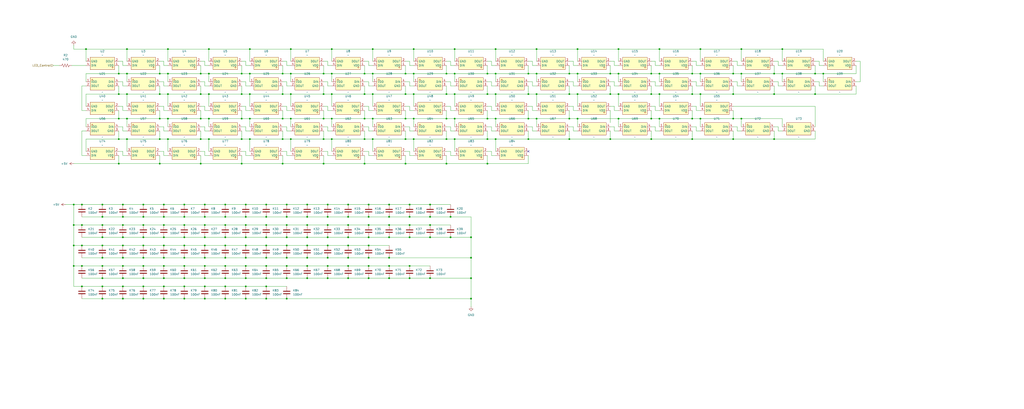
<source format=kicad_sch>
(kicad_sch (version 20231120) (generator "eeschema") (generator_version "8.0")
  (paper "User" 635 254)
  (junction (at 63.5 160.02))
  (junction (at 190.5 134.62))
  (junction (at 45.72 139.7))
  (junction (at 353.06 58.42))
  (junction (at 73.66 58.42))
  (junction (at 129.54 30.48))
  (junction (at 139.7 165.1))
  (junction (at 50.8 177.8))
  (junction (at 78.74 58.42))
  (junction (at 50.8 165.1))
  (junction (at 254 127))
  (junction (at 114.3 185.42))
  (junction (at 114.3 177.8))
  (junction (at 200.66 101.6))
  (junction (at 276.86 101.6))
  (junction (at 454.66 45.72))
  (junction (at 215.9 127))
  (junction (at 101.6 134.62))
  (junction (at 281.94 58.42))
  (junction (at 78.74 73.66))
  (junction (at 78.74 45.72))
  (junction (at 104.14 86.36))
  (junction (at 154.94 30.48))
  (junction (at 152.4 185.42))
  (junction (at 45.72 152.4))
  (junction (at 190.5 160.02))
  (junction (at 114.3 139.7))
  (junction (at 302.26 58.42))
  (junction (at 73.66 45.72))
  (junction (at 353.06 86.36))
  (junction (at 124.46 73.66))
  (junction (at 139.7 139.7))
  (junction (at 281.94 30.48))
  (junction (at 175.26 101.6))
  (junction (at 104.14 73.66))
  (junction (at 480.06 45.72))
  (junction (at 251.46 86.36))
  (junction (at 177.8 152.4))
  (junction (at 127 160.02))
  (junction (at 228.6 147.32))
  (junction (at 332.74 45.72))
  (junction (at 254 165.1))
  (junction (at 307.34 30.48))
  (junction (at 241.3 127))
  (junction (at 177.8 165.1))
  (junction (at 165.1 172.72))
  (junction (at 177.8 127))
  (junction (at 215.9 160.02))
  (junction (at 63.5 185.42))
  (junction (at 114.3 147.32))
  (junction (at 129.54 45.72))
  (junction (at 177.8 185.42))
  (junction (at 276.86 73.66))
  (junction (at 101.6 165.1))
  (junction (at 127 134.62))
  (junction (at 279.4 147.32))
  (junction (at 241.3 134.62))
  (junction (at 215.9 134.62))
  (junction (at 480.06 58.42))
  (junction (at 228.6 134.62))
  (junction (at 101.6 152.4))
  (junction (at 152.4 160.02))
  (junction (at 73.66 86.36))
  (junction (at 266.7 127))
  (junction (at 165.1 177.8))
  (junction (at 241.3 172.72))
  (junction (at 152.4 172.72))
  (junction (at 76.2 185.42))
  (junction (at 228.6 127))
  (junction (at 203.2 127))
  (junction (at 177.8 160.02))
  (junction (at 281.94 86.36))
  (junction (at 76.2 139.7))
  (junction (at 281.94 45.72))
  (junction (at 332.74 30.48))
  (junction (at 190.5 152.4))
  (junction (at 104.14 58.42))
  (junction (at 205.74 45.72))
  (junction (at 205.74 58.42))
  (junction (at 327.66 86.36))
  (junction (at 378.46 45.72))
  (junction (at 152.4 177.8))
  (junction (at 454.66 86.36))
  (junction (at 266.7 147.32))
  (junction (at 127 152.4))
  (junction (at 73.66 101.6))
  (junction (at 256.54 73.66))
  (junction (at 50.8 127))
  (junction (at 88.9 147.32))
  (junction (at 175.26 73.66))
  (junction (at 175.26 58.42))
  (junction (at 63.5 147.32))
  (junction (at 281.94 73.66))
  (junction (at 127 139.7))
  (junction (at 127 177.8))
  (junction (at 454.66 58.42))
  (junction (at 205.74 73.66))
  (junction (at 78.74 30.48))
  (junction (at 152.4 127))
  (junction (at 175.26 86.36))
  (junction (at 63.5 152.4))
  (junction (at 203.2 134.62))
  (junction (at 114.3 127))
  (junction (at 88.9 127))
  (junction (at 302.26 86.36))
  (junction (at 76.2 152.4))
  (junction (at 190.5 172.72))
  (junction (at 231.14 73.66))
  (junction (at 165.1 165.1))
  (junction (at 63.5 127))
  (junction (at 139.7 185.42))
  (junction (at 139.7 152.4))
  (junction (at 127 147.32))
  (junction (at 459.74 30.48))
  (junction (at 505.46 45.72))
  (junction (at 254 172.72))
  (junction (at 177.8 172.72))
  (junction (at 292.1 160.02))
  (junction (at 292.1 185.42))
  (junction (at 459.74 73.66))
  (junction (at 327.66 45.72))
  (junction (at 251.46 45.72))
  (junction (at 403.86 58.42))
  (junction (at 408.94 73.66))
  (junction (at 434.34 58.42))
  (junction (at 279.4 134.62))
  (junction (at 76.2 177.8))
  (junction (at 165.1 152.4))
  (junction (at 63.5 134.62))
  (junction (at 139.7 160.02))
  (junction (at 152.4 165.1))
  (junction (at 127 185.42))
  (junction (at 104.14 30.48))
  (junction (at 45.72 127))
  (junction (at 139.7 134.62))
  (junction (at 215.9 165.1))
  (junction (at 228.6 165.1))
  (junction (at 358.14 73.66))
  (junction (at 203.2 160.02))
  (junction (at 241.3 147.32))
  (junction (at 175.26 45.72))
  (junction (at 180.34 58.42))
  (junction (at 180.34 73.66))
  (junction (at 241.3 165.1))
  (junction (at 256.54 58.42))
  (junction (at 256.54 45.72))
  (junction (at 53.34 30.48))
  (junction (at 45.72 165.1))
  (junction (at 50.8 139.7))
  (junction (at 99.06 73.66))
  (junction (at 226.06 86.36))
  (junction (at 152.4 147.32))
  (junction (at 403.86 73.66))
  (junction (at 408.94 30.48))
  (junction (at 152.4 139.7))
  (junction (at 302.26 73.66))
  (junction (at 149.86 58.42))
  (junction (at 327.66 73.66))
  (junction (at 307.34 73.66))
  (junction (at 505.46 58.42))
  (junction (at 332.74 58.42))
  (junction (at 510.54 45.72))
  (junction (at 429.26 58.42))
  (junction (at 378.46 86.36))
  (junction (at 429.26 73.66))
  (junction (at 114.3 172.72))
  (junction (at 200.66 86.36))
  (junction (at 228.6 152.4))
  (junction (at 332.74 73.66))
  (junction (at 434.34 73.66))
  (junction (at 231.14 58.42))
  (junction (at 226.06 101.6))
  (junction (at 254 134.62))
  (junction (at 99.06 58.42))
  (junction (at 358.14 58.42))
  (junction (at 358.14 45.72))
  (junction (at 88.9 185.42))
  (junction (at 139.7 147.32))
  (junction (at 266.7 134.62))
  (junction (at 180.34 30.48))
  (junction (at 203.2 172.72))
  (junction (at 99.06 45.72))
  (junction (at 76.2 172.72))
  (junction (at 403.86 45.72))
  (junction (at 215.9 152.4))
  (junction (at 165.1 160.02))
  (junction (at 99.06 101.6))
  (junction (at 205.74 86.36))
  (junction (at 139.7 177.8))
  (junction (at 228.6 172.72))
  (junction (at 127 172.72))
  (junction (at 99.06 86.36))
  (junction (at 88.9 177.8))
  (junction (at 266.7 139.7))
  (junction (at 459.74 45.72))
  (junction (at 307.34 86.36))
  (junction (at 165.1 134.62))
  (junction (at 256.54 30.48))
  (junction (at 114.3 160.02))
  (junction (at 353.06 73.66))
  (junction (at 276.86 86.36))
  (junction (at 63.5 172.72))
  (junction (at 114.3 165.1))
  (junction (at 205.74 30.48))
  (junction (at 276.86 45.72))
  (junction (at 124.46 86.36))
  (junction (at 76.2 165.1))
  (junction (at 124.46 101.6))
  (junction (at 127 165.1))
  (junction (at 190.5 139.7))
  (junction (at 88.9 165.1))
  (junction (at 215.9 147.32))
  (junction (at 88.9 160.02))
  (junction (at 434.34 30.48))
  (junction (at 480.06 86.36))
  (junction (at 129.54 73.66))
  (junction (at 200.66 73.66))
  (junction (at 165.1 185.42))
  (junction (at 429.26 45.72))
  (junction (at 180.34 86.36))
  (junction (at 408.94 58.42))
  (junction (at 226.06 58.42))
  (junction (at 302.26 45.72))
  (junction (at 228.6 160.02))
  (junction (at 251.46 58.42))
  (junction (at 256.54 86.36))
  (junction (at 231.14 30.48))
  (junction (at 231.14 86.36))
  (junction (at 203.2 139.7))
  (junction (at 307.34 45.72))
  (junction (at 114.3 152.4))
  (junction (at 292.1 147.32))
  (junction (at 88.9 134.62))
  (junction (at 63.5 139.7))
  (junction (at 383.54 58.42))
  (junction (at 165.1 139.7))
  (junction (at 254 147.32))
  (junction (at 190.5 127))
  (junction (at 241.3 160.02))
  (junction (at 50.8 152.4))
  (junction (at 152.4 152.4))
  (junction (at 215.9 172.72))
  (junction (at 88.9 139.7))
  (junction (at 78.74 86.36))
  (junction (at 429.26 86.36))
  (junction (at 353.06 45.72))
  (junction (at 101.6 177.8))
  (junction (at 149.86 101.6))
  (junction (at 114.3 134.62))
  (junction (at 124.46 45.72))
  (junction (at 190.5 165.1))
  (junction (at 149.86 86.36))
  (junction (at 434.34 45.72))
  (junction (at 251.46 73.66))
  (junction (at 226.06 73.66))
  (junction (at 63.5 165.1))
  (junction (at 302.26 101.6))
  (junction (at 101.6 147.32))
  (junction (at 152.4 134.62))
  (junction (at 76.2 160.02))
  (junction (at 378.46 58.42))
  (junction (at 266.7 172.72))
  (junction (at 154.94 58.42))
  (junction (at 101.6 185.42))
  (junction (at 177.8 139.7))
  (junction (at 226.06 45.72))
  (junction (at 383.54 45.72))
  (junction (at 154.94 86.36))
  (junction (at 200.66 45.72))
  (junction (at 104.14 45.72))
  (junction (at 154.94 73.66))
  (junction (at 292.1 172.72))
  (junction (at 76.2 134.62))
  (junction (at 73.66 73.66))
  (junction (at 231.14 45.72))
  (junction (at 203.2 165.1))
  (junction (at 124.46 58.42))
  (junction (at 101.6 127))
  (junction (at 383.54 30.48))
  (junction (at 165.1 147.32))
  (junction (at 165.1 127))
  (junction (at 177.8 134.62))
  (junction (at 307.34 58.42))
  (junction (at 228.6 139.7))
  (junction (at 200.66 58.42))
  (junction (at 88.9 172.72))
  (junction (at 76.2 147.32))
  (junction (at 403.86 86.36))
  (junction (at 149.86 73.66))
  (junction (at 190.5 147.32))
  (junction (at 101.6 139.7))
  (junction (at 358.14 30.48))
  (junction (at 254 139.7))
  (junction (at 485.14 45.72))
  (junction (at 383.54 73.66))
  (junction (at 76.2 127))
  (junction (at 203.2 152.4))
  (junction (at 139.7 172.72))
  (junction (at 454.66 73.66))
  (junction (at 101.6 160.02))
  (junction (at 139.7 127))
  (junction (at 251.46 101.6))
  (junction (at 177.8 147.32))
  (junction (at 129.54 58.42))
  (junction (at 63.5 177.8))
  (junction (at 215.9 139.7))
  (junction (at 180.34 45.72))
  (junction (at 101.6 172.72))
  (junction (at 154.94 45.72))
  (junction (at 149.86 45.72))
  (junction (at 127 127))
  (junction (at 485.14 30.48))
  (junction (at 241.3 139.7))
  (junction (at 327.66 58.42))
  (junction (at 129.54 86.36))
  (junction (at 408.94 45.72))
  (junction (at 203.2 147.32))
  (junction (at 276.86 58.42))
  (junction (at 88.9 152.4))
  (no_connect (at 327.66 93.98))
  (wire (pts (xy 381 50.8) (xy 378.46 50.8)))
  (wire (pts (xy 124.46 81.28) (xy 124.46 86.36)))
  (wire (pts (xy 406.4 78.74) (xy 403.86 78.74)))
  (wire (pts (xy 139.7 139.7) (xy 152.4 139.7)))
  (wire (pts (xy 256.54 50.8) (xy 256.54 45.72)))
  (wire (pts (xy 99.06 66.04) (xy 101.6 66.04)))
  (wire (pts (xy 226.06 38.1) (xy 228.6 38.1)))
  (wire (pts (xy 266.7 147.32) (xy 279.4 147.32)))
  (wire (pts (xy 76.2 147.32) (xy 88.9 147.32)))
  (wire (pts (xy 152.4 96.52) (xy 154.94 96.52)))
  (wire (pts (xy 358.14 78.74) (xy 358.14 73.66)))
  (wire (pts (xy 408.94 78.74) (xy 408.94 73.66)))
  (wire (pts (xy 200.66 38.1) (xy 203.2 38.1)))
  (wire (pts (xy 276.86 45.72) (xy 256.54 45.72)))
  (wire (pts (xy 228.6 127) (xy 241.3 127)))
  (wire (pts (xy 279.4 81.28) (xy 279.4 78.74)))
  (wire (pts (xy 431.8 66.04) (xy 431.8 68.58)))
  (wire (pts (xy 152.4 160.02) (xy 165.1 160.02)))
  (wire (pts (xy 200.66 93.98) (xy 203.2 93.98)))
  (wire (pts (xy 434.34 58.42) (xy 454.66 58.42)))
  (wire (pts (xy 149.86 38.1) (xy 152.4 38.1)))
  (wire (pts (xy 50.8 81.28) (xy 50.8 96.52)))
  (wire (pts (xy 149.86 93.98) (xy 152.4 93.98)))
  (wire (pts (xy 431.8 68.58) (xy 434.34 68.58)))
  (wire (pts (xy 241.3 160.02) (xy 292.1 160.02)))
  (wire (pts (xy 406.4 68.58) (xy 408.94 68.58)))
  (wire (pts (xy 149.86 66.04) (xy 152.4 66.04)))
  (wire (pts (xy 139.7 152.4) (xy 152.4 152.4)))
  (wire (pts (xy 279.4 53.34) (xy 279.4 50.8)))
  (wire (pts (xy 180.34 58.42) (xy 175.26 58.42)))
  (wire (pts (xy 149.86 73.66) (xy 154.94 73.66)))
  (wire (pts (xy 353.06 73.66) (xy 358.14 73.66)))
  (wire (pts (xy 408.94 50.8) (xy 408.94 45.72)))
  (wire (pts (xy 139.7 165.1) (xy 152.4 165.1)))
  (wire (pts (xy 254 139.7) (xy 266.7 139.7)))
  (wire (pts (xy 378.46 40.64) (xy 378.46 45.72)))
  (wire (pts (xy 454.66 81.28) (xy 454.66 86.36)))
  (wire (pts (xy 139.7 185.42) (xy 152.4 185.42)))
  (wire (pts (xy 251.46 93.98) (xy 254 93.98)))
  (wire (pts (xy 530.86 53.34) (xy 530.86 58.42)))
  (wire (pts (xy 231.14 81.28) (xy 228.6 81.28)))
  (wire (pts (xy 505.46 38.1) (xy 508 38.1)))
  (wire (pts (xy 124.46 38.1) (xy 127 38.1)))
  (wire (pts (xy 482.6 53.34) (xy 482.6 50.8)))
  (wire (pts (xy 149.86 40.64) (xy 149.86 45.72)))
  (wire (pts (xy 76.2 68.58) (xy 78.74 68.58)))
  (wire (pts (xy 177.8 172.72) (xy 190.5 172.72)))
  (wire (pts (xy 434.34 38.1) (xy 434.34 30.48)))
  (wire (pts (xy 408.94 58.42) (xy 403.86 58.42)))
  (wire (pts (xy 177.8 134.62) (xy 190.5 134.62)))
  (wire (pts (xy 276.86 38.1) (xy 279.4 38.1)))
  (wire (pts (xy 533.4 38.1) (xy 533.4 50.8)))
  (wire (pts (xy 454.66 68.58) (xy 454.66 73.66)))
  (wire (pts (xy 99.06 86.36) (xy 104.14 86.36)))
  (wire (pts (xy 482.6 38.1) (xy 482.6 40.64)))
  (wire (pts (xy 241.3 172.72) (xy 254 172.72)))
  (wire (pts (xy 292.1 134.62) (xy 292.1 147.32)))
  (wire (pts (xy 406.4 53.34) (xy 406.4 50.8)))
  (wire (pts (xy 251.46 38.1) (xy 254 38.1)))
  (wire (pts (xy 101.6 53.34) (xy 101.6 50.8)))
  (wire (pts (xy 429.26 66.04) (xy 431.8 66.04)))
  (wire (pts (xy 104.14 58.42) (xy 99.06 58.42)))
  (wire (pts (xy 281.94 78.74) (xy 281.94 73.66)))
  (wire (pts (xy 307.34 58.42) (xy 302.26 58.42)))
  (wire (pts (xy 254 50.8) (xy 251.46 50.8)))
  (wire (pts (xy 330.2 81.28) (xy 330.2 78.74)))
  (wire (pts (xy 403.86 66.04) (xy 406.4 66.04)))
  (wire (pts (xy 226.06 68.58) (xy 226.06 73.66)))
  (wire (pts (xy 45.72 165.1) (xy 45.72 177.8)))
  (wire (pts (xy 459.74 30.48) (xy 459.74 38.1)))
  (wire (pts (xy 251.46 58.42) (xy 231.14 58.42)))
  (wire (pts (xy 180.34 86.36) (xy 180.34 93.98)))
  (wire (pts (xy 434.34 53.34) (xy 431.8 53.34)))
  (wire (pts (xy 431.8 81.28) (xy 431.8 78.74)))
  (wire (pts (xy 127 50.8) (xy 124.46 50.8)))
  (wire (pts (xy 76.2 50.8) (xy 73.66 50.8)))
  (wire (pts (xy 454.66 58.42) (xy 480.06 58.42)))
  (wire (pts (xy 304.8 38.1) (xy 304.8 40.64)))
  (wire (pts (xy 175.26 96.52) (xy 175.26 101.6)))
  (wire (pts (xy 383.54 30.48) (xy 383.54 38.1)))
  (wire (pts (xy 381 81.28) (xy 381 78.74)))
  (wire (pts (xy 256.54 53.34) (xy 254 53.34)))
  (wire (pts (xy 281.94 73.66) (xy 302.26 73.66)))
  (wire (pts (xy 281.94 45.72) (xy 302.26 45.72)))
  (wire (pts (xy 50.8 53.34) (xy 50.8 68.58)))
  (wire (pts (xy 482.6 78.74) (xy 482.6 81.28)))
  (wire (pts (xy 152.4 134.62) (xy 165.1 134.62)))
  (wire (pts (xy 378.46 58.42) (xy 358.14 58.42)))
  (wire (pts (xy 510.54 50.8) (xy 510.54 45.72)))
  (wire (pts (xy 175.26 68.58) (xy 175.26 73.66)))
  (wire (pts (xy 101.6 38.1) (xy 101.6 40.64)))
  (wire (pts (xy 88.9 134.62) (xy 101.6 134.62)))
  (wire (pts (xy 327.66 73.66) (xy 332.74 73.66)))
  (wire (pts (xy 330.2 66.04) (xy 330.2 68.58)))
  (wire (pts (xy 76.2 185.42) (xy 88.9 185.42)))
  (wire (pts (xy 330.2 78.74) (xy 327.66 78.74)))
  (wire (pts (xy 457.2 81.28) (xy 457.2 78.74)))
  (wire (pts (xy 101.6 165.1) (xy 114.3 165.1)))
  (wire (pts (xy 254 96.52) (xy 256.54 96.52)))
  (wire (pts (xy 480.06 53.34) (xy 480.06 58.42)))
  (wire (pts (xy 429.26 68.58) (xy 429.26 73.66)))
  (wire (pts (xy 406.4 81.28) (xy 406.4 78.74)))
  (wire (pts (xy 358.14 58.42) (xy 353.06 58.42)))
  (wire (pts (xy 228.6 68.58) (xy 231.14 68.58)))
  (wire (pts (xy 215.9 134.62) (xy 228.6 134.62)))
  (wire (pts (xy 355.6 38.1) (xy 355.6 40.64)))
  (wire (pts (xy 358.14 30.48) (xy 332.74 30.48)))
  (wire (pts (xy 353.06 45.72) (xy 332.74 45.72)))
  (wire (pts (xy 457.2 53.34) (xy 457.2 50.8)))
  (wire (pts (xy 73.66 81.28) (xy 73.66 86.36)))
  (wire (pts (xy 353.06 40.64) (xy 353.06 45.72)))
  (wire (pts (xy 408.94 45.72) (xy 429.26 45.72)))
  (wire (pts (xy 127 66.04) (xy 127 68.58)))
  (wire (pts (xy 50.8 152.4) (xy 63.5 152.4)))
  (wire (pts (xy 256.54 45.72) (xy 251.46 45.72)))
  (wire (pts (xy 304.8 78.74) (xy 302.26 78.74)))
  (wire (pts (xy 406.4 50.8) (xy 403.86 50.8)))
  (wire (pts (xy 355.6 78.74) (xy 353.06 78.74)))
  (wire (pts (xy 127 93.98) (xy 127 96.52)))
  (wire (pts (xy 276.86 40.64) (xy 276.86 45.72)))
  (wire (pts (xy 152.4 177.8) (xy 165.1 177.8)))
  (wire (pts (xy 457.2 50.8) (xy 454.66 50.8)))
  (wire (pts (xy 124.46 96.52) (xy 124.46 101.6)))
  (wire (pts (xy 307.34 50.8) (xy 307.34 45.72)))
  (wire (pts (xy 104.14 58.42) (xy 104.14 66.04)))
  (wire (pts (xy 459.74 53.34) (xy 457.2 53.34)))
  (wire (pts (xy 45.72 152.4) (xy 45.72 165.1)))
  (wire (pts (xy 180.34 50.8) (xy 180.34 45.72)))
  (wire (pts (xy 378.46 81.28) (xy 378.46 86.36)))
  (wire (pts (xy 63.5 147.32) (xy 76.2 147.32)))
  (wire (pts (xy 254 81.28) (xy 254 78.74)))
  (wire (pts (xy 457.2 40.64) (xy 459.74 40.64)))
  (wire (pts (xy 353.06 86.36) (xy 378.46 86.36)))
  (wire (pts (xy 73.66 40.64) (xy 73.66 45.72)))
  (wire (pts (xy 149.86 101.6) (xy 175.26 101.6)))
  (wire (pts (xy 378.46 45.72) (xy 358.14 45.72)))
  (wire (pts (xy 307.34 30.48) (xy 281.94 30.48)))
  (wire (pts (xy 177.8 81.28) (xy 177.8 78.74)))
  (wire (pts (xy 200.66 68.58) (xy 200.66 73.66)))
  (wire (pts (xy 203.2 96.52) (xy 205.74 96.52)))
  (wire (pts (xy 127 172.72) (xy 139.7 172.72)))
  (wire (pts (xy 152.4 165.1) (xy 165.1 165.1)))
  (wire (pts (xy 276.86 58.42) (xy 256.54 58.42)))
  (wire (pts (xy 254 38.1) (xy 254 40.64)))
  (wire (pts (xy 200.66 40.64) (xy 200.66 45.72)))
  (wire (pts (xy 434.34 81.28) (xy 431.8 81.28)))
  (wire (pts (xy 332.74 58.42) (xy 327.66 58.42)))
  (wire (pts (xy 114.3 139.7) (xy 127 139.7)))
  (wire (pts (xy 114.3 165.1) (xy 127 165.1)))
  (wire (pts (xy 307.34 30.48) (xy 307.34 38.1)))
  (wire (pts (xy 482.6 81.28) (xy 485.14 81.28)))
  (wire (pts (xy 101.6 147.32) (xy 114.3 147.32)))
  (wire (pts (xy 200.66 86.36) (xy 180.34 86.36)))
  (wire (pts (xy 408.94 73.66) (xy 429.26 73.66)))
  (wire (pts (xy 254 40.64) (xy 256.54 40.64)))
  (wire (pts (xy 50.8 139.7) (xy 63.5 139.7)))
  (wire (pts (xy 403.86 73.66) (xy 408.94 73.66)))
  (wire (pts (xy 149.86 53.34) (xy 149.86 58.42)))
  (wire (pts (xy 292.1 172.72) (xy 292.1 185.42)))
  (wire (pts (xy 403.86 53.34) (xy 403.86 58.42)))
  (wire (pts (xy 480.06 58.42) (xy 505.46 58.42)))
  (wire (pts (xy 302.26 93.98) (xy 304.8 93.98)))
  (wire (pts (xy 279.4 68.58) (xy 281.94 68.58)))
  (wire (pts (xy 101.6 50.8) (xy 99.06 50.8)))
  (wire (pts (xy 302.26 58.42) (xy 281.94 58.42)))
  (wire (pts (xy 330.2 50.8) (xy 327.66 50.8)))
  (wire (pts (xy 114.3 147.32) (xy 127 147.32)))
  (wire (pts (xy 50.8 165.1) (xy 63.5 165.1)))
  (wire (pts (xy 434.34 73.66) (xy 454.66 73.66)))
  (wire (pts (xy 530.86 38.1) (xy 533.4 38.1)))
  (wire (pts (xy 152.4 185.42) (xy 165.1 185.42)))
  (wire (pts (xy 190.5 134.62) (xy 203.2 134.62)))
  (wire (pts (xy 505.46 81.28) (xy 505.46 86.36)))
  (wire (pts (xy 228.6 147.32) (xy 241.3 147.32)))
  (wire (pts (xy 177.8 66.04) (xy 177.8 68.58)))
  (wire (pts (xy 152.4 152.4) (xy 165.1 152.4)))
  (wire (pts (xy 226.06 93.98) (xy 228.6 93.98)))
  (wire (pts (xy 177.8 38.1) (xy 177.8 40.64)))
  (wire (pts (xy 353.06 53.34) (xy 353.06 58.42)))
  (wire (pts (xy 353.06 66.04) (xy 355.6 66.04)))
  (wire (pts (xy 266.7 172.72) (xy 292.1 172.72)))
  (wire (pts (xy 327.66 53.34) (xy 327.66 58.42)))
  (wire (pts (xy 76.2 134.62) (xy 88.9 134.62)))
  (wire (pts (xy 33.02 40.64) (xy 36.83 40.64)))
  (wire (pts (xy 403.86 86.36) (xy 429.26 86.36)))
  (wire (pts (xy 76.2 38.1) (xy 76.2 40.64)))
  (wire (pts (xy 429.26 73.66) (xy 434.34 73.66)))
  (wire (pts (xy 50.8 160.02) (xy 63.5 160.02)))
  (wire (pts (xy 459.74 45.72) (xy 480.06 45.72)))
  (wire (pts (xy 485.14 50.8) (xy 485.14 45.72)))
  (wire (pts (xy 76.2 93.98) (xy 76.2 96.52)))
  (wire (pts (xy 358.14 73.66) (xy 383.54 73.66)))
  (wire (pts (xy 408.94 81.28) (xy 406.4 81.28)))
  (wire (pts (xy 302.26 53.34) (xy 302.26 58.42)))
  (wire (pts (xy 149.86 58.42) (xy 129.54 58.42)))
  (wire (pts (xy 177.8 152.4) (xy 190.5 152.4)))
  (wire (pts (xy 127 53.34) (xy 127 50.8)))
  (wire (pts (xy 355.6 68.58) (xy 358.14 68.58)))
  (wire (pts (xy 304.8 66.04) (xy 304.8 68.58)))
  (wire (pts (xy 381 78.74) (xy 378.46 78.74)))
  (wire (pts (xy 40.64 127) (xy 45.72 127)))
  (wire (pts (xy 101.6 152.4) (xy 114.3 152.4)))
  (wire (pts (xy 104.14 73.66) (xy 124.46 73.66)))
  (wire (pts (xy 304.8 93.98) (xy 304.8 96.52)))
  (wire (pts (xy 63.5 134.62) (xy 76.2 134.62)))
  (wire (pts (xy 88.9 172.72) (xy 101.6 172.72)))
  (wire (pts (xy 53.34 73.66) (xy 73.66 73.66)))
  (wire (pts (xy 73.66 86.36) (xy 78.74 86.36)))
  (wire (pts (xy 304.8 81.28) (xy 304.8 78.74)))
  (wire (pts (xy 383.54 53.34) (xy 381 53.34)))
  (wire (pts (xy 152.4 68.58) (xy 154.94 68.58)))
  (wire (pts (xy 383.54 73.66) (xy 403.86 73.66)))
  (wire (pts (xy 505.46 86.36) (xy 480.06 86.36)))
  (wire (pts (xy 459.74 81.28) (xy 457.2 81.28)))
  (wire (pts (xy 101.6 81.28) (xy 101.6 78.74)))
  (wire (pts (xy 431.8 78.74) (xy 429.26 78.74)))
  (wire (pts (xy 228.6 96.52) (xy 231.14 96.52)))
  (wire (pts (xy 454.66 38.1) (xy 457.2 38.1)))
  (wire (pts (xy 454.66 40.64) (xy 454.66 45.72)))
  (wire (pts (xy 434.34 30.48) (xy 459.74 30.48)))
  (wire (pts (xy 355.6 40.64) (xy 358.14 40.64)))
  (wire (pts (xy 165.1 160.02) (xy 177.8 160.02)))
  (wire (pts (xy 180.34 45.72) (xy 175.26 45.72)))
  (wire (pts (xy 203.2 139.7) (xy 215.9 139.7)))
  (wire (pts (xy 114.3 134.62) (xy 127 134.62)))
  (wire (pts (xy 76.2 152.4) (xy 88.9 152.4)))
  (wire (pts (xy 205.74 81.28) (xy 203.2 81.28)))
  (wire (pts (xy 127 78.74) (xy 124.46 78.74)))
  (wire (pts (xy 129.54 50.8) (xy 129.54 45.72)))
  (wire (pts (xy 124.46 53.34) (xy 124.46 58.42)))
  (wire (pts (xy 139.7 172.72) (xy 152.4 172.72)))
  (wire (pts (xy 429.26 53.34) (xy 429.26 58.42)))
  (wire (pts (xy 482.6 40.64) (xy 485.14 40.64)))
  (wire (pts (xy 101.6 66.04) (xy 101.6 68.58)))
  (wire (pts (xy 101.6 96.52) (xy 104.14 96.52)))
  (wire (pts (xy 177.8 96.52) (xy 180.34 96.52)))
  (wire (pts (xy 454.66 66.04) (xy 505.46 66.04)))
  (wire (pts (xy 88.9 139.7) (xy 101.6 139.7)))
  (wire (pts (xy 78.74 81.28) (xy 76.2 81.28)))
  (wire (pts (xy 180.34 81.28) (xy 177.8 81.28)))
  (wire (pts (xy 203.2 78.74) (xy 200.66 78.74)))
  (wire (pts (xy 88.9 147.32) (xy 101.6 147.32)))
  (wire (pts (xy 129.54 81.28) (xy 127 81.28)))
  (wire (pts (xy 353.06 58.42) (xy 332.74 58.42)))
  (wire (pts (xy 114.3 172.72) (xy 127 172.72)))
  (wire (pts (xy 149.86 86.36) (xy 154.94 86.36)))
  (wire (pts (xy 241.3 165.1) (xy 254 165.1)))
  (wire (pts (xy 127 81.28) (xy 127 78.74)))
  (wire (pts (xy 378.46 53.34) (xy 378.46 58.42)))
  (wire (pts (xy 408.94 58.42) (xy 408.94 66.04)))
  (wire (pts (xy 127 160.02) (xy 139.7 160.02)))
  (wire (pts (xy 251.46 86.36) (xy 231.14 86.36)))
  (wire (pts (xy 505.46 53.34) (xy 505.46 58.42)))
  (wire (pts (xy 127 68.58) (xy 129.54 68.58)))
  (wire (pts (xy 165.1 172.72) (xy 177.8 172.72)))
  (wire (pts (xy 241.3 127) (xy 254 127)))
  (wire (pts (xy 256.54 86.36) (xy 276.86 86.36)))
  (wire (pts (xy 505.46 58.42) (xy 530.86 58.42)))
  (wire (pts (xy 101.6 172.72) (xy 114.3 172.72)))
  (wire (pts (xy 175.26 38.1) (xy 177.8 38.1)))
  (wire (pts (xy 307.34 53.34) (xy 304.8 53.34)))
  (wire (pts (xy 205.74 86.36) (xy 200.66 86.36)))
  (wire (pts (xy 203.2 81.28) (xy 203.2 78.74)))
  (wire (pts (xy 165.1 139.7) (xy 177.8 139.7)))
  (wire (pts (xy 203.2 93.98) (xy 203.2 96.52)))
  (wire (pts (xy 175.26 86.36) (xy 154.94 86.36)))
  (wire (pts (xy 78.74 45.72) (xy 73.66 45.72)))
  (wire (pts (xy 154.94 58.42) (xy 154.94 66.04)))
  (wire (pts (xy 73.66 86.36) (xy 53.34 86.36)))
  (wire (pts (xy 175.26 101.6) (xy 200.66 101.6)))
  (wire (pts (xy 358.14 81.28) (xy 355.6 81.28)))
  (wire (pts (xy 50.8 172.72) (xy 63.5 172.72)))
  (wire (pts (xy 281.94 50.8) (xy 281.94 45.72)))
  (wire (pts (xy 279.4 40.64) (xy 281.94 40.64)))
  (wire (pts (xy 114.3 177.8) (xy 127 177.8)))
  (wire (pts (xy 215.9 172.72) (xy 228.6 172.72)))
  (wire (pts (xy 73.66 101.6) (xy 99.06 101.6)))
  (wire (pts (xy 429.26 58.42) (xy 434.34 58.42)))
  (wire (pts (xy 353.06 45.72) (xy 358.14 45.72)))
  (wire (pts (xy 124.46 86.36) (xy 104.14 86.36)))
  (wire (pts (xy 353.06 38.1) (xy 355.6 38.1)))
  (wire (pts (xy 205.74 45.72) (xy 226.06 45.72)))
  (wire (pts (xy 508 38.1) (xy 508 40.64)))
  (wire (pts (xy 53.34 30.48) (xy 53.34 38.1)))
  (wire (pts (xy 276.86 81.28) (xy 276.86 86.36)))
  (wire (pts (xy 431.8 38.1) (xy 431.8 40.64)))
  (wire (pts (xy 228.6 81.28) (xy 228.6 78.74)))
  (wire (pts (xy 200.66 96.52) (xy 200.66 101.6)))
  (wire (pts (xy 281.94 30.48) (xy 281.94 38.1)))
  (wire (pts (xy 256.54 58.42) (xy 256.54 66.04)))
  (wire (pts (xy 139.7 134.62) (xy 152.4 134.62)))
  (wire (pts (xy 63.5 160.02) (xy 76.2 160.02)))
  (wire (pts (xy 154.94 30.48) (xy 154.94 38.1)))
  (wire (pts (xy 292.1 147.32) (xy 292.1 160.02)))
  (wire (pts (xy 50.8 96.52) (xy 53.34 96.52)))
  (wire (pts (xy 203.2 147.32) (xy 215.9 147.32)))
  (wire (pts (xy 99.06 101.6) (xy 124.46 101.6)))
  (wire (pts (xy 78.74 30.48) (xy 78.74 38.1)))
  (wire (pts (xy 205.74 50.8) (xy 205.74 45.72)))
  (wire (pts (xy 129.54 30.48) (xy 104.14 30.48)))
  (wire (pts (xy 307.34 45.72) (xy 327.66 45.72)))
  (wire (pts (xy 281.94 58.42) (xy 281.94 66.04)))
  (wire (pts (xy 459.74 50.8) (xy 459.74 45.72)))
  (wire (pts (xy 276.86 93.98) (xy 279.4 93.98)))
  (wire (pts (xy 302.26 38.1) (xy 304.8 38.1)))
  (wire (pts (xy 73.66 53.34) (xy 73.66 58.42)))
  (wire (pts (xy 228.6 165.1) (xy 241.3 165.1)))
  (wire (pts (xy 505.46 40.64) (xy 505.46 45.72)))
  (wire (pts (xy 383.54 30.48) (xy 358.14 30.48)))
  (wire (pts (xy 78.74 58.42) (xy 73.66 58.42)))
  (wire (pts (xy 228.6 172.72) (xy 241.3 172.72)))
  (wire (pts (xy 203.2 68.58) (xy 205.74 68.58)))
  (wire (pts (xy 180.34 78.74) (xy 180.34 73.66)))
  (wire (pts (xy 129.54 30.48) (xy 129.54 38.1)))
  (wire (pts (xy 454.66 73.66) (xy 459.74 73.66)))
  (wire (pts (xy 101.6 177.8) (xy 114.3 177.8)))
  (wire (pts (xy 45.72 127) (xy 50.8 127)))
  (wire (pts (xy 485.14 53.34) (xy 482.6 53.34)))
  (wire (pts (xy 228.6 53.34) (xy 228.6 50.8)))
  (wire (pts (xy 78.74 30.48) (xy 53.34 30.48)))
  (wire (pts (xy 327.66 40.64) (xy 327.66 45.72)))
  (wire (pts (xy 104.14 81.28) (xy 101.6 81.28)))
  (wire (pts (xy 127 147.32) (xy 139.7 147.32)))
  (wire (pts (xy 231.14 58.42) (xy 226.06 58.42)))
  (wire (pts (xy 482.6 78.74) (xy 480.06 78.74)))
  (wire (pts (xy 152.4 38.1) (xy 152.4 40.64)))
  (wire (pts (xy 485.14 78.74) (xy 485.14 73.66)))
  (wire (pts (xy 177.8 40.64) (xy 180.34 40.64)))
  (wire (pts (xy 429.26 86.36) (xy 454.66 86.36)))
  (wire (pts (xy 434.34 45.72) (xy 454.66 45.72)))
  (wire (pts (xy 129.54 78.74) (xy 129.54 73.66)))
  (wire (pts (xy 482.6 50.8) (xy 480.06 50.8)))
  (wire (pts (xy 99.06 86.36) (xy 78.74 86.36)))
  (wire (pts (xy 124.46 101.6) (xy 149.86 101.6)))
  (wire (pts (xy 403.86 58.42) (xy 383.54 58.42)))
  (wire (pts (xy 228.6 134.62) (xy 241.3 134.62)))
  (wire (pts (xy 205.74 73.66) (xy 226.06 73.66)))
  (wire (pts (xy 99.06 58.42) (xy 78.74 58.42)))
  (wire (pts (xy 203.2 66.04) (xy 203.2 68.58)))
  (wire (pts (xy 154.94 53.34) (xy 152.4 53.34)))
  (wire (pts (xy 304.8 53.34) (xy 304.8 50.8)))
  (wire (pts (xy 378.46 66.04) (xy 381 66.04)))
  (wire (pts (xy 228.6 160.02) (xy 241.3 160.02)))
  (wire (pts (xy 53.34 50.8) (xy 53.34 45.72)))
  (wire (pts (xy 78.74 50.8) (xy 78.74 45.72)))
  (wire (pts (xy 88.9 177.8) (xy 101.6 177.8)))
  (wire (pts (xy 381 53.34) (xy 381 50.8)))
  (wire (pts (xy 63.5 152.4) (xy 76.2 152.4)))
  (wire (pts (xy 152.4 81.28) (xy 152.4 78.74)))
  (wire (pts (xy 330.2 68.58) (xy 332.74 68.58)))
  (wire (pts (xy 251.46 73.66) (xy 256.54 73.66)))
  (wire (pts (xy 231.14 30.48) (xy 231.14 38.1)))
  (wire (pts (xy 459.74 30.48) (xy 485.14 30.48)))
  (wire (pts (xy 228.6 66.04) (xy 228.6 68.58)))
  (wire (pts (xy 457.2 38.1) (xy 457.2 40.64)))
  (wire (pts (xy 254 93.98) (xy 254 96.52)))
  (wire (pts (xy 175.26 58.42) (xy 154.94 58.42)))
  (wire (pts (xy 215.9 147.32) (xy 228.6 147.32)))
  (wire (pts (xy 480.06 81.28) (xy 480.06 86.36)))
  (wire (pts (xy 266.7 134.62) (xy 279.4 134.62)))
  (wire (pts (xy 279.4 96.52) (xy 281.94 96.52)))
  (wire (pts (xy 454.66 53.34) (xy 454.66 58.42)))
  (wire (pts (xy 149.86 81.28) (xy 149.86 86.36)))
  (wire (pts (xy 200.66 58.42) (xy 180.34 58.42)))
  (wire (pts (xy 200.66 101.6) (xy 226.06 101.6)))
  (wire (pts (xy 530.86 50.8) (xy 533.4 50.8)))
  (wire (pts (xy 251.46 40.64) (xy 251.46 45.72)))
  (wire (pts (xy 200.66 66.04) (xy 203.2 66.04)))
  (wire (pts (xy 175.26 53.34) (xy 175.26 58.42)))
  (wire (pts (xy 454.66 86.36) (xy 480.06 86.36)))
  (wire (pts (xy 88.9 160.02) (xy 101.6 160.02)))
  (wire (pts (xy 307.34 78.74) (xy 307.34 73.66)))
  (wire (pts (xy 231.14 30.48) (xy 205.74 30.48)))
  (wire (pts (xy 127 38.1) (xy 127 40.64)))
  (wire (pts (xy 165.1 134.62) (xy 177.8 134.62)))
  (wire (pts (xy 152.4 40.64) (xy 154.94 40.64)))
  (wire (pts (xy 408.94 30.48) (xy 383.54 30.48)))
  (wire (pts (xy 78.74 53.34) (xy 76.2 53.34)))
  (wire (pts (xy 215.9 139.7) (xy 228.6 139.7)))
  (wire (pts (xy 53.34 78.74) (xy 53.34 73.66)))
  (wire (pts (xy 73.66 73.66) (xy 78.74 73.66)))
  (wire (pts (xy 327.66 96.52) (xy 327.66 101.6)))
  (wire (pts (xy 226.06 86.36) (xy 205.74 86.36)))
  (wire (pts (xy 200.66 53.34) (xy 200.66 58.42)))
  (wire (pts (xy 281.94 45.72) (xy 276.86 45.72)))
  (wire (pts (xy 139.7 127) (xy 152.4 127)))
  (wire (pts (xy 175.26 40.64) (xy 175.26 45.72)))
  (wire (pts (xy 104.14 50.8) (xy 104.14 45.72)))
  (wire (pts (xy 281.94 86.36) (xy 281.94 93.98)))
  (wire (pts (xy 152.4 172.72) (xy 165.1 172.72)))
  (wire (pts (xy 45.72 30.48) (xy 53.34 30.48)))
  (wire (pts (xy 241.3 139.7) (xy 254 139.7)))
  (wire (pts (xy 99.06 81.28) (xy 99.06 86.36)))
  (wire (pts (xy 241.3 147.32) (xy 254 147.32)))
  (wire (pts (xy 200.66 73.66) (xy 205.74 73.66)))
  (wire (pts (xy 114.3 185.42) (xy 127 185.42)))
  (wire (pts (xy 73.66 66.04) (xy 76.2 66.04)))
  (wire (pts (xy 177.8 93.98) (xy 177.8 96.52)))
  (wire (pts (xy 256.54 30.48) (xy 231.14 30.48)))
  (wire (pts (xy 177.8 165.1) (xy 190.5 165.1)))
  (wire (pts (xy 256.54 81.28) (xy 254 81.28)))
  (wire (pts (xy 99.06 93.98) (xy 101.6 93.98)))
  (wire (pts (xy 190.5 147.32) (xy 203.2 147.32)))
  (wire (pts (xy 53.34 86.36) (xy 53.34 93.98)))
  (wire (pts (xy 99.06 40.64) (xy 99.06 45.72)))
  (wire (pts (xy 76.2 127) (xy 88.9 127)))
  (wire (pts (xy 383.54 45.72) (xy 378.46 45.72)))
  (wire (pts (xy 226.06 45.72) (xy 231.14 45.72)))
  (wire (pts (xy 50.8 127) (xy 63.5 127)))
  (wire (pts (xy 254 147.32) (xy 266.7 147.32)))
  (wire (pts (xy 205.74 78.74) (xy 205.74 73.66)))
  (wire (pts (xy 177.8 50.8) (xy 175.26 50.8)))
  (wire (pts (xy 175.26 45.72) (xy 154.94 45.72)))
  (wire (pts (xy 251.46 101.6) (xy 276.86 101.6)))
  (wire (pts (xy 50.8 134.62) (xy 63.5 134.62)))
  (wire (pts (xy 177.8 185.42) (xy 292.1 185.42)))
  (wire (pts (xy 73.66 93.98) (xy 76.2 93.98)))
  (wire (pts (xy 226.06 66.04) (xy 228.6 66.04)))
  (wire (pts (xy 381 68.58) (xy 383.54 68.58)))
  (wire (pts (xy 231.14 50.8) (xy 231.14 45.72)))
  (wire (pts (xy 63.5 127) (xy 76.2 127)))
  (wire (pts (xy 228.6 78.74) (xy 226.06 78.74)))
  (wire (pts (xy 302.26 81.28) (xy 302.26 86.36)))
  (wire (pts (xy 104.14 86.36) (xy 104.14 93.98)))
  (wire (pts (xy 127 152.4) (xy 139.7 152.4)))
  (wire (pts (xy 406.4 38.1) (xy 406.4 40.64)))
  (wire (pts (xy 383.54 45.72) (xy 403.86 45.72)))
  (wire (pts (xy 381 40.64) (xy 383.54 40.64)))
  (wire (pts (xy 203.2 38.1) (xy 203.2 40.64)))
  (wire (pts (xy 353.06 81.28) (xy 353.06 86.36)))
  (wire (pts (xy 302.26 68.58) (xy 302.26 73.66)))
  (wire (pts (xy 327.66 66.04) (xy 330.2 66.04)))
  (wire (pts (xy 279.4 78.74) (xy 276.86 78.74)))
  (wire (pts (xy 251.46 53.34) (xy 251.46 58.42)))
  (wire (pts (xy 429.26 38.1) (xy 431.8 38.1)))
  (wire (pts (xy 175.26 86.36) (xy 180.34 86.36)))
  (wire (pts (xy 307.34 81.28) (xy 304.8 81.28)))
  (wire (pts (xy 330.2 53.34) (xy 330.2 50.8)))
  (wire (pts (xy 149.86 45.72) (xy 129.54 45.72)))
  (wire (pts (xy 254 127) (xy 266.7 127)))
  (wire (pts (xy 154.94 45.72) (xy 149.86 45.72)))
  (wire (pts (xy 124.46 68.58) (xy 124.46 73.66)))
  (wire (pts (xy 124.46 58.42) (xy 104.14 58.42)))
  (wire (pts (xy 353.06 68.58) (xy 353.06 73.66)))
  (wire (pts (xy 200.66 45.72) (xy 205.74 45.72)))
  (wire (pts (xy 129.54 45.72) (xy 124.46 45.72)))
  (wire (pts (xy 231.14 78.74) (xy 231.14 73.66)))
  (wire (pts (xy 226.06 73.66) (xy 231.14 73.66)))
  (wire (pts (xy 139.7 160.02) (xy 152.4 160.02)))
  (wire (pts (xy 228.6 139.7) (xy 241.3 139.7)))
  (wire (pts (xy 226.06 40.64) (xy 226.06 45.72)))
  (wire (pts (xy 508 53.34) (xy 508 50.8)))
  (wire (pts (xy 203.2 165.1) (xy 215.9 165.1)))
  (wire (pts (xy 327.66 58.42) (xy 307.34 58.42)))
  (wire (pts (xy 203.2 50.8) (xy 200.66 50.8)))
  (wire (pts (xy 228.6 152.4) (xy 241.3 152.4)))
  (wire (pts (xy 254 78.74) (xy 251.46 78.74)))
  (wire (pts (xy 205.74 30.48) (xy 180.34 30.48)))
  (wire (pts (xy 485.14 73.66) (xy 459.74 73.66)))
  (wire (pts (xy 251.46 81.28) (xy 251.46 86.36)))
  (wire (pts (xy 279.4 38.1) (xy 279.4 40.64)))
  (wire (pts (xy 177.8 68.58) (xy 180.34 68.58)))
  (wire (pts (xy 154.94 78.74) (xy 154.94 73.66)))
  (wire (pts (xy 256.54 78.74) (xy 256.54 73.66)))
  (wire (pts (xy 304.8 50.8) (xy 302.26 50.8)))
  (wire (pts (xy 50.8 177.8) (xy 63.5 177.8)))
  (wire (pts (xy 279.4 50.8) (xy 276.86 50.8)))
  (wire (pts (xy 76.2 78.74) (xy 73.66 78.74)))
  (wire (pts (xy 190.5 165.1) (xy 203.2 165.1)))
  (wire (pts (xy 276.86 96.52) (xy 276.86 101.6)))
  (wire (pts (xy 408.94 53.34) (xy 406.4 53.34)))
  (wire (pts (xy 281.94 58.42) (xy 276.86 58.42)))
  (wire (pts (xy 381 38.1) (xy 381 40.64)))
  (wire (pts (xy 124.46 73.66) (xy 129.54 73.66)))
  (wire (pts (xy 76.2 165.1) (xy 88.9 165.1)))
  (wire (pts (xy 281.94 53.34) (xy 279.4 53.34)))
  (wire (pts (xy 73.66 58.42) (xy 53.34 58.42)))
  (wire (pts (xy 358.14 50.8) (xy 358.14 45.72)))
  (wire (pts (xy 154.94 58.42) (xy 149.86 58.42)))
  (wire (pts (xy 292.1 160.02) (xy 292.1 172.72)))
  (wire (pts (xy 165.1 177.8) (xy 177.8 177.8)))
  (wire (pts (xy 104.14 30.48) (xy 104.14 38.1)))
  (wire (pts (xy 510.54 53.34) (xy 508 53.34)))
  (wire (pts (xy 165.1 152.4) (xy 177.8 152.4)))
  (wire (pts (xy 254 165.1) (xy 266.7 165.1)))
  (wire (pts (xy 104.14 45.72) (xy 99.06 45.72)))
  (wire (pts (xy 76.2 177.8) (xy 88.9 177.8)))
  (wire (pts (xy 530.86 40.64) (xy 530.86 45.72)))
  (wire (pts (xy 226.06 86.36) (xy 231.14 86.36)))
  (wire (pts (xy 256.54 73.66) (xy 276.86 73.66)))
  (wire (pts (xy 330.2 40.64) (xy 332.74 40.64)))
  (wire (pts (xy 383.54 58.42) (xy 378.46 58.42)))
  (wire (pts (xy 358.14 30.48) (xy 358.14 38.1)))
  (wire (pts (xy 165.1 127) (xy 177.8 127)))
  (wire (pts (xy 403.86 38.1) (xy 406.4 38.1)))
  (wire (pts (xy 45.72 139.7) (xy 50.8 139.7)))
  (wire (pts (xy 203.2 160.02) (xy 215.9 160.02)))
  (wire (pts (xy 276.86 53.34) (xy 276.86 58.42)))
  (wire (pts (xy 276.86 68.58) (xy 276.86 73.66)))
  (wire (pts (xy 152.4 50.8) (xy 149.86 50.8)))
  (wire (pts (xy 226.06 101.6) (xy 251.46 101.6)))
  (wire (pts (xy 99.06 53.34) (xy 99.06 58.42)))
  (wire (pts (xy 355.6 53.34) (xy 355.6 50.8)))
  (wire (pts (xy 129.54 73.66) (xy 149.86 73.66)))
  (wire (pts (xy 76.2 96.52) (xy 78.74 96.52)))
  (wire (pts (xy 205.74 86.36) (xy 205.74 93.98)))
  (wire (pts (xy 88.9 185.42) (xy 101.6 185.42)))
  (wire (pts (xy 381 66.04) (xy 381 68.58)))
  (wire (pts (xy 378.46 68.58) (xy 378.46 76.2)))
  (wire (pts (xy 330.2 38.1) (xy 330.2 40.64)))
  (wire (pts (xy 152.4 139.7) (xy 165.1 139.7)))
  (wire (pts (xy 180.34 53.34) (xy 177.8 53.34)))
  (wire (pts (xy 292.1 147.32) (xy 279.4 147.32)))
  (wire (pts (xy 276.86 101.6) (xy 302.26 101.6)))
  (wire (pts (xy 434.34 66.04) (xy 434.34 58.42)))
  (wire (pts (xy 139.7 177.8) (xy 152.4 177.8)))
  (wire (pts (xy 177.8 127) (xy 190.5 127)))
  (wire (pts (xy 302.26 66.04) (xy 304.8 66.04)))
  (wire (pts (xy 203.2 152.4) (xy 215.9 152.4)))
  (wire (pts (xy 205.74 30.48) (xy 205.74 38.1)))
  (wire (pts (xy 76.2 139.7) (xy 88.9 139.7)))
  (wire (pts (xy 200.66 81.28) (xy 200.66 86.36)))
  (wire (pts (xy 45.72 165.1) (xy 50.8 165.1)))
  (wire (pts (xy 154.94 73.66) (xy 175.26 73.66)))
  (wire (pts (xy 480.06 45.72) (xy 485.14 45.72)))
  (wire (pts (xy 429.26 81.28) (xy 429.26 86.36)))
  (wire (pts (xy 226.06 58.42) (xy 205.74 58.42)))
  (wire (pts (xy 332.74 45.72) (xy 327.66 45.72)))
  (wire (pts (xy 383.54 58.42) (xy 383.54 66.04)))
  (wire (pts (xy 177.8 53.34) (xy 177.8 50.8)))
  (wire (pts (xy 50.8 147.32) (xy 63.5 147.32)))
  (wire (pts (xy 266.7 127) (xy 279.4 127)))
  (wire (pts (xy 205.74 58.42) (xy 205.74 66.04)))
  (wire (pts (xy 63.5 172.72) (xy 76.2 172.72)))
  (wire (pts (xy 99.06 96.52) (xy 99.06 101.6)))
  (wire (pts (xy 190.5 127) (xy 203.2 127)))
  (wire (pts (xy 205.74 53.34) (xy 203.2 53.34)))
  (wire (pts (xy 177.8 147.32) (xy 190.5 147.32)))
  (wire (pts (xy 175.26 66.04) (xy 177.8 66.04)))
  (wire (pts (xy 332.74 78.74) (xy 332.74 73.66)))
  (wire (pts (xy 114.3 152.4) (xy 127 152.4)))
  (wire (pts (xy 302.26 101.6) (xy 327.66 101.6)))
  (wire (pts (xy 228.6 40.64) (xy 231.14 40.64)))
  (wire (pts (xy 307.34 86.36) (xy 307.34 93.98)))
  (wire (pts (xy 127 185.42) (xy 139.7 185.42)))
  (wire (pts (xy 180.34 73.66) (xy 200.66 73.66)))
  (wire (pts (xy 431.8 40.64) (xy 434.34 40.64)))
  (wire (pts (xy 383.54 78.74) (xy 383.54 73.66)))
  (wire (pts (xy 203.2 134.62) (xy 215.9 134.62)))
  (wire (pts (xy 256.54 86.36) (xy 251.46 86.36)))
  (wire (pts (xy 406.4 40.64) (xy 408.94 40.64)))
  (wire (pts (xy 152.4 147.32) (xy 165.1 147.32)))
  (wire (pts (xy 281.94 81.28) (xy 279.4 81.28)))
  (wire (pts (xy 302.26 86.36) (xy 307.34 86.36)))
  (wire (pts (xy 332.74 53.34) (xy 330.2 53.34)))
  (wire (pts (xy 505.46 45.72) (xy 510.54 45.72)))
  (wire (pts (xy 241.3 134.62) (xy 254 134.62)))
  (wire (pts (xy 434.34 50.8) (xy 434.34 45.72)))
  (wire (pts (xy 205.74 58.42) (xy 200.66 58.42)))
  (wire (pts (xy 485.14 45.72) (xy 505.46 45.72)))
  (wire (pts (xy 203.2 127) (xy 215.9 127)))
  (wire (pts (xy 203.2 40.64) (xy 205.74 40.64)))
  (wire (pts (xy 165.1 185.42) (xy 177.8 185.42)))
  (wire (pts (xy 152.4 66.04) (xy 152.4 68.58)))
  (wire (pts (xy 228.6 38.1) (xy 228.6 40.64)))
  (wire (pts (xy 114.3 127) (xy 127 127)))
  (wire (pts (xy 63.5 177.8) (xy 76.2 177.8)))
  (wire (pts (xy 127 177.8) (xy 139.7 177.8)))
  (wire (pts (xy 149.86 86.36) (xy 129.54 86.36)))
  (wire (pts (xy 76.2 40.64) (xy 78.74 40.64)))
  (wire (pts (xy 149.86 68.58) (xy 149.86 73.66)))
  (wire (pts (xy 152.4 93.98) (xy 152.4 96.52)))
  (wire (pts (xy 63.5 185.42) (xy 76.2 185.42)))
  (wire (pts (xy 45.72 127) (xy 45.72 139.7)))
  (wire (pts (xy 73.66 96.52) (xy 73.66 101.6)))
  (wire (pts (xy 279.4 66.04) (xy 279.4 68.58)))
  (wire (pts (xy 408.94 30.48) (xy 408.94 38.1)))
  (wire (pts (xy 307.34 73.66) (xy 327.66 73.66)))
  (wire (pts (xy 101.6 185.42) (xy 114.3 185.42)))
  (wire (pts (xy 50.8 185.42) (xy 63.5 185.42)))
  (wire (pts (xy 190.5 160.02) (xy 203.2 160.02)))
  (wire (pts (xy 408.94 30.48) (xy 434.34 30.48)))
  (wire (pts (xy 429.26 40.64) (xy 429.26 45.72)))
  (wire (pts (xy 124.46 40.64) (xy 124.46 45.72)))
  (wire (pts (xy 327.66 38.1) (xy 330.2 38.1)))
  (wire (pts (xy 510.54 45.72) (xy 530.86 45.72)))
  (wire (pts (xy 327.66 86.36) (xy 353.06 86.36)))
  (wire (pts (xy 78.74 58.42) (xy 78.74 66.04)))
  (wire (pts (xy 327.66 68.58) (xy 327.66 73.66)))
  (wire (pts (xy 256.54 58.42) (xy 251.46 58.42)))
  (wire (pts (xy 251.46 66.04) (xy 254 66.04)))
  (wire (pts (xy 307.34 58.42) (xy 307.34 66.04)))
  (wire (pts (xy 251.46 68.58) (xy 251.46 73.66)))
  (wire (pts (xy 408.94 58.42) (xy 429.26 58.42)))
  (wire (pts (xy 510.54 38.1) (xy 510.54 30.48)))
  (wire (pts (xy 226.06 81.28) (xy 226.06 86.36)))
  (wire (pts (xy 175.26 81.28) (xy 175.26 86.36)))
  (wire (pts (xy 165.1 147.32) (xy 177.8 147.32)))
  (wire (pts (xy 99.06 45.72) (xy 78.74 45.72)))
  (wire (pts (xy 485.14 30.48) (xy 510.54 30.48)))
  (wire (pts (xy 127 134.62) (xy 139.7 134.62)))
  (wire (pts (xy 254 134.62) (xy 266.7 134.62)))
  (wire (pts (xy 129.54 58.42) (xy 124.46 58.42)))
  (wire (pts (xy 383.54 50.8) (xy 383.54 45.72)))
  (wire (pts (xy 63.5 139.7) (xy 76.2 139.7)))
  (wire (pts (xy 302.26 96.52) (xy 302.26 101.6)))
  (wire (pts (xy 45.72 139.7) (xy 45.72 152.4)))
  (wire (pts (xy 254 66.04) (xy 254 68.58)))
  (wire (pts (xy 332.74 30.48) (xy 307.34 30.48)))
  (wire (pts (xy 327.66 81.28) (xy 327.66 86.36)))
  (wire (pts (xy 215.9 152.4) (xy 228.6 152.4)))
  (wire (pts (xy 53.34 58.42) (xy 53.34 66.04)))
  (wire (pts (xy 355.6 81.28) (xy 355.6 78.74)))
  (wire (pts (xy 215.9 160.02) (xy 228.6 160.02)))
  (wire (pts (xy 231.14 58.42) (xy 231.14 66.04)))
  (wire (pts (xy 403.86 81.28) (xy 403.86 86.36)))
  (wire (pts (xy 78.74 73.66) (xy 99.06 73.66)))
  (wire (pts (xy 256.54 86.36) (xy 256.54 93.98)))
  (wire (pts (xy 485.14 30.48) (xy 485.14 38.1)))
  (wire (pts (xy 431.8 50.8) (xy 429.26 50.8)))
  (wire (pts (xy 104.14 78.74) (xy 104.14 73.66)))
  (wire (pts (xy 101.6 134.62) (xy 114.3 134.62)))
  (wire (pts (xy 358.14 53.34) (xy 355.6 53.34)))
  (wire (pts (xy 124.46 66.04) (xy 127 66.04)))
  (wire (pts (xy 231.14 73.66) (xy 251.46 73.66)))
  (wire (pts (xy 279.4 93.98) (xy 279.4 96.52)))
  (wire (pts (xy 332.74 73.66) (xy 353.06 73.66)))
  (wire (pts (xy 508 40.64) (xy 510.54 40.64)))
  (wire (pts (xy 332.74 58.42) (xy 332.74 66.04)))
  (wire (pts (xy 78.74 86.36) (xy 78.74 93.98)))
  (wire (pts (xy 101.6 68.58) (xy 104.14 68.58)))
  (wire (pts (xy 104.14 30.48) (xy 78.74 30.48)))
  (wire (pts (xy 154.94 30.48) (xy 129.54 30.48)))
  (wire (pts (xy 165.1 165.1) (xy 177.8 165.1)))
  (wire (pts (xy 124.46 45.72) (xy 104.14 45.72)))
  (wire (pts (xy 355.6 50.8) (xy 353.06 50.8)))
  (wire (pts (xy 101.6 78.74) (xy 99.06 78.74)))
  (wire (pts (xy 480.06 40.64) (xy 480.06 45.72)))
  (wire (pts (xy 53.34 53.34) (xy 50.8 53.34)))
  (wire (pts (xy 434.34 78.74) (xy 434.34 73.66)))
  (wire (pts (xy 99.06 38.1) (xy 101.6 38.1)))
  (wire (pts (xy 190.5 139.7) (xy 203.2 139.7)))
  (wire (pts (xy 355.6 66.04) (xy 355.6 68.58)))
  (wire (pts (xy 276.86 66.04) (xy 279.4 66.04)))
  (wire (pts (xy 254 172.72) (xy 266.7 172.72)))
  (wire (pts (xy 99.06 73.66) (xy 104.14 73.66)))
  (wire (pts (xy 226.06 96.52) (xy 226.06 101.6)))
  (wire (pts (xy 281.94 30.48) (xy 256.54 30.48)))
  (wire (pts (xy 276.86 73.66) (xy 281.94 73.66)))
  (wire (pts (xy 73.66 45.72) (xy 53.34 45.72)))
  (wire (pts (xy 304.8 40.64) (xy 307.34 40.64)))
  (wire (pts (xy 76.2 172.72) (xy 88.9 172.72)))
  (wire (pts (xy 45.72 101.6) (xy 73.66 101.6)))
  (wire (pts (xy 190.5 152.4) (xy 203.2 152.4)))
  (wire (pts (xy 279.4 134.62) (xy 292.1 134.62)))
  (wire (pts (xy 302.26 73.66) (xy 307.34 73.66)))
  (wire (pts (xy 304.8 68.58) (xy 307.34 68.58)))
  (wire (pts (xy 104.14 53.34) (xy 101.6 53.34)))
  (wire (pts (xy 175.26 93.98) (xy 177.8 93.98)))
  (wire (pts (xy 152.4 53.34) (xy 152.4 50.8)))
  (wire (pts (xy 383.54 81.28) (xy 381 81.28)))
  (wire (pts (xy 203.2 53.34) (xy 203.2 50.8)))
  (wire (pts (xy 101.6 160.02) (xy 114.3 160.02)))
  (wire (pts (xy 177.8 78.74) (xy 175.26 78.74)))
  (wire (pts (xy 88.9 152.4) (xy 101.6 152.4)))
  (wire (pts (xy 149.86 96.52) (xy 149.86 101.6)))
  (wire (pts (xy 88.9 165.1) (xy 101.6 165.1)))
  (wire (pts (xy 124.46 93.98) (xy 127 93.98)))
  (wire (pts (xy 228.6 93.98) (xy 228.6 96.52)))
  (wire (pts (xy 101.6 93.98) (xy 101.6 96.52)))
  (wire (pts (xy 276.86 86.36) (xy 281.94 86.36)))
  (wire (pts (xy 127 165.1) (xy 139.7 165.1)))
  (wire (pts (xy 76.2 66.04) (xy 76.2 68.58)))
  (wire (pts (xy 53.34 81.28) (xy 50.8 81.28)))
  (wire (pts (xy 152.4 127) (xy 165.1 127)))
  (wire (pts (xy 76.2 53.34) (xy 76.2 50.8)))
  (wire (pts (xy 251.46 96.52) (xy 251.46 101.6)))
  (wire (pts (xy 76.2 81.28) (xy 76.2 78.74)))
  (wire (pts (xy 129.54 58.42) (xy 129.54 66.04)))
  (wire (pts (xy 215.9 165.1) (xy 228.6 165.1)))
  (wire (pts (xy 73.66 68.58) (xy 73.66 73.66)))
  (wire (pts (xy 378.46 38.1) (xy 381 38.1)))
  (wire (pts (xy 231.14 86.36) (xy 231.14 93.98)))
  (wire (pts (xy 127 127) (xy 139.7 127)))
  (wire (pts (xy 45.72 152.4) (xy 50.8 152.4)))
  (wire (pts (xy 78.74 78.74) (xy 78.74 73.66)))
  (wire (pts (xy 129.54 86.36) (xy 124.46 86.36)))
  (wire (pts (xy 307.34 45.72) (xy 302.26 45.72)))
  (wire (pts (xy 302.26 40.64) (xy 302.26 45.72)))
  (wire (pts (xy 454.66 45.72) (xy 459.74 45.72)))
  (wire (pts (xy 508 50.8) (xy 505.46 50.8)))
  (wire (pts (xy 505.46 66.04) (xy 505.46 78.74)))
  (wire (pts (xy 76.2 160.02) (xy 88.9 160.02)))
  (wire (pts (xy 292.1 190.5) (xy 292.1 185.42)))
  (wire (pts (xy 378.46 86.36) (xy 403.86 86.36)))
  (wire (pts (xy 152.4 78.74) (xy 149.86 78.74)))
  (wire (pts (xy 231.14 45.72) (xy 251.46 45.72)))
  (wire (pts (xy 177.8 139.7) (xy 190.5 139.7)))
  (wire (pts (xy 406.4 66.04) (xy 406.4 68.58)))
  (wire (pts (xy 226.06 53.34) (xy 226.06 58.42)))
  (wire (pts (xy 88.9 127) (xy 101.6 127)))
  (wire (pts (xy 304.8 96.52) (xy 307.34 96.52)))
  (wire (pts (xy 99.06 68.58) (xy 99.06 73.66)))
  (wire (pts (xy 154.94 81.28) (xy 152.4 81.28)))
  (wire (pts (xy 44.45 40.64) (xy 53.34 40.64)))
  (wire (pts (xy 431.8 53.34) (xy 431.8 50.8)))
  (wire (pts (xy 228.6 50.8) (xy 226.06 50.8)))
  (wire (pts (xy 101.6 127) (xy 114.3 127)))
  (wire (pts (xy 231.14 53.34) (xy 228.6 53.34)))
  (wire (pts (xy 73.66 38.1) (xy 76.2 38.1)))
  (wire (pts (xy 45.72 27.94) (xy 45.72 30.48)))
  (wire (pts (xy 154.94 86.36) (xy 154.94 93.98)))
  (wire (pts (xy 45.72 177.8) (xy 50.8 177.8)))
  (wire (pts (xy 459.74 78.74) (xy 459.74 73.66)))
  (wire (pts (xy 127 139.7) (xy 139.7 139.7)))
  (wire (pts (xy 50.8 68.58) (xy 53.34 68.58)))
  (wire (pts (xy 177.8 160.02) (xy 190.5 160.02)))
  (wire (pts (xy 190.5 172.72) (xy 203.2 172.72)))
  (wire (pts (xy 480.06 38.1) (xy 482.6 38.1)))
  (wire (pts (xy 332.74 30.48) (xy 332.74 38.1)))
  (wire (pts (xy 358.14 58.42) (xy 358.14 66.04)))
  (wire (pts (xy 266.7 139.7) (xy 279.4 139.7)))
  (wire (pts (xy 203.2 172.72) (xy 215.9 172.72)))
  (wire (pts (xy 403.86 45.72) (xy 408.94 45.72)))
  (wire (pts (xy 180.34 58.42) (xy 180.34 66.04)))
  (wire (pts (xy 180.34 30.48) (xy 180.34 38.1)))
  (wire (pts (xy 127 40.64) (xy 129.54 40.64)))
  (wire (pts (xy 302.26 86.36) (xy 281.94 86.36)))
  (wire (pts (xy 129.54 53.34) (xy 127 53.34)))
  (wire (pts (xy 154.94 50.8) (xy 154.94 45.72)))
  (wire (pts (xy 200.66 45.72) (xy 180.34 45.72)))
  (wire (pts (xy 101.6 40.64) (xy 104.14 40.64)))
  (wire (pts (xy 307.34 86.36) (xy 327.66 86.36)))
  (wire (pts (xy 429.26 45.72) (xy 434.34 45.72)))
  (wire (pts (xy 254 68.58) (xy 256.54 68.58)))
  (wire (pts (xy 215.9 127) (xy 228.6 127)))
  (wire (pts (xy 256.54 30.48) (xy 256.54 38.1)))
  (wire (pts (xy 254 53.34) (xy 254 50.8)))
  (wire (pts (xy 403.86 40.64) (xy 403.86 45.72)))
  (wire (pts (xy 457.2 78.74) (xy 454.66 78.74)))
  (wire (pts (xy 139.7 147.32) (xy 152.4 147.32)))
  (wire (pts (xy 101.6 139.7) (xy 114.3 139.7)))
  (wire (pts (xy 332.74 81.28) (xy 330.2 81.28)))
  (wire (pts (xy 63.5 165.1) (xy 76.2 165.1)))
  (wire (pts (xy 332.74 50.8) (xy 332.74 45.72)))
  (wire (pts (xy 403.86 68.58) (xy 403.86 73.66)))
  (wire (pts (xy 127 96.52) (xy 129.54 96.52)))
  (wire (pts (xy 180.34 30.48) (xy 154.94 30.48)))
  (wire (pts (xy 129.54 86.36) (xy 129.54 93.98)))
  (wire (pts (xy 114.3 160.02) (xy 127 160.02)))
  (wire (pts (xy 175.26 73.66) (xy 180.34 73.66)))
  (hierarchical_label "LED_Control" (shape input) (at 33.02 40.64 180))
  (symbol (lib_id "Device:C") (at 114.3 143.51 0) (unit 1)
    (property "Reference" "K26" (at 118.11 142.2399 0) (effects (justify left)))
    (property "Value" "100nF" (at 118.11 144.7799 0) (effects (justify left)))
    (property "Footprint" "JLClib:C0402" (effects (hide yes)))
    (property "Datasheet" "https://wmsc.lcsc.com/wmsc/upload/file/pdf/v2/lcsc/2304140030_Murata-Electronics-GRM033C80J104KE15D_C415519.pdf" (effects (hide yes)))
    (property "LCSC Part" "C5448875" (effects (hide yes)))
  )
  (symbol (lib_id "JLClib:SK6812MINI-E_C5149201") (at 368.3 53.34 0) (unit 1)
    (property "Reference" "U33" (at 368.3 45.72 0))
    (property "Value" "~" (at 368.3 57.15 0))
    (property "Footprint" "JLClib:LED-SMD_L3.2-W2.8-TR" (effects (hide yes)))
    (property "LCSC Part" "C5149201" (effects (hide yes)))
  )
  (symbol (lib_id "JLClib:SK6812MINI-E_C5149201") (at 266.7 53.34 0) (unit 1)
    (property "Reference" "U29" (at 266.7 45.72 0))
    (property "Value" "~" (at 266.7 57.15 0))
    (property "Footprint" "JLClib:LED-SMD_L3.2-W2.8-TR" (effects (hide yes)))
    (property "Datasheet" "https://cdn-shop.adafruit.com/product-files/4960/4960_SK6812MINI-E_REV02_EN.pdf" (effects (hide yes)))
    (property "LCSC Part" "C5149201" (effects (hide yes)))
  )
  (symbol (lib_id "JLClib:SK6812MINI-E_C5149201") (at 63.5 93.98 180) (unit 1)
    (property "Reference" "U74" (at 63.5 87.63 0))
    (property "Value" "~" (at 63.5 90.17 0))
    (property "Footprint" "JLClib:LED-SMD_L3.2-W2.8-TR" (effects (hide yes)))
    (property "Datasheet" "https://cdn-shop.adafruit.com/product-files/4960/4960_SK6812MINI-E_REV02_EN.pdf" (effects (hide yes)))
    (property "LCSC Part" "C5149201" (effects (hide yes)))
  )
  (symbol (lib_id "Device:C") (at 63.5 143.51 0) (unit 1)
    (property "Reference" "K22" (at 67.31 142.2399 0) (effects (justify left)))
    (property "Value" "100nF" (at 67.31 144.7799 0) (effects (justify left)))
    (property "Footprint" "JLClib:C0402" (effects (hide yes)))
    (property "Datasheet" "https://wmsc.lcsc.com/wmsc/upload/file/pdf/v2/lcsc/2304140030_Murata-Electronics-GRM033C80J104KE15D_C415519.pdf" (effects (hide yes)))
    (property "LCSC Part" "C5448875" (effects (hide yes)))
  )
  (symbol (lib_id "Device:C") (at 152.4 130.81 0) (unit 1)
    (property "Reference" "K10" (at 156.21 129.5399 0) (effects (justify left)))
    (property "Value" "100nF" (at 156.21 132.0799 0) (effects (justify left)))
    (property "Footprint" "JLClib:C0402" (effects (hide yes)))
    (property "Datasheet" "https://wmsc.lcsc.com/wmsc/upload/file/pdf/v2/lcsc/2304140030_Murata-Electronics-GRM033C80J104KE15D_C415519.pdf" (effects (hide yes)))
    (property "LCSC Part" "C5448875" (effects (hide yes)))
  )
  (symbol (lib_id "JLClib:SK6812MINI-E_C5149201") (at 165.1 38.1 180) (unit 1)
    (property "Reference" "U6" (at 165.1 31.75 0))
    (property "Value" "~" (at 165.1 34.29 0))
    (property "Footprint" "JLClib:LED-SMD_L3.2-W2.8-TR" (effects (hide yes)))
    (property "LCSC Part" "C5149201" (effects (hide yes)))
  )
  (symbol (lib_id "Device:C") (at 88.9 143.51 0) (unit 1)
    (property "Reference" "K24" (at 92.71 142.2399 0) (effects (justify left)))
    (property "Value" "100nF" (at 92.71 144.7799 0) (effects (justify left)))
    (property "Footprint" "JLClib:C0402" (effects (hide yes)))
    (property "Datasheet" "https://wmsc.lcsc.com/wmsc/upload/file/pdf/v2/lcsc/2304140030_Murata-Electronics-GRM033C80J104KE15D_C415519.pdf" (effects (hide yes)))
    (property "LCSC Part" "C5448875" (effects (hide yes)))
  )
  (symbol (lib_id "JLClib:SK6812MINI-E_C5149201") (at 419.1 81.28 0) (unit 1)
    (property "Reference" "U70" (at 419.1 73.66 0))
    (property "Value" "~" (at 419.1 85.09 0))
    (property "Footprint" "JLClib:LED-SMD_L3.2-W2.8-TR" (effects (hide yes)))
    (property "LCSC Part" "C5149201" (effects (hide yes)))
  )
  (symbol (lib_id "JLClib:SK6812MINI-E_C5149201") (at 241.3 66.04 180) (unit 1)
    (property "Reference" "U47" (at 241.3 59.69 0))
    (property "Value" "~" (at 241.3 62.23 0))
    (property "Footprint" "JLClib:LED-SMD_L3.2-W2.8-TR" (effects (hide yes)))
    (property "Datasheet" "https://cdn-shop.adafruit.com/product-files/4960/4960_SK6812MINI-E_REV02_EN.pdf" (effects (hide yes)))
    (property "LCSC Part" "C5149201" (effects (hide yes)))
  )
  (symbol (lib_id "JLClib:SK6812MINI-E_C5149201") (at 63.5 66.04 180) (unit 1)
    (property "Reference" "U40" (at 63.5 59.69 0))
    (property "Value" "~" (at 63.5 62.23 0))
    (property "Footprint" "JLClib:LED-SMD_L3.2-W2.8-TR" (effects (hide yes)))
    (property "Datasheet" "https://cdn-shop.adafruit.com/product-files/4960/4960_SK6812MINI-E_REV02_EN.pdf" (effects (hide yes)))
    (property "LCSC Part" "C5149201" (effects (hide yes)))
  )
  (symbol (lib_id "power:GND") (at 45.72 27.94 180) (unit 1)
    (property "Reference" "#PWR018" (effects (hide yes)))
    (property "Value" "GND" (at 45.72 22.86 0))
    (property "Description" "Power symbol creates a global label with name \"GND\" , ground" (effects (hide yes)))
  )
  (symbol (lib_id "Device:C") (at 127 181.61 0) (unit 1)
    (property "Reference" "K80" (at 130.81 180.3399 0) (effects (justify left)))
    (property "Value" "100nF" (at 130.81 182.8799 0) (effects (justify left)))
    (property "Footprint" "JLClib:C0402" (effects (hide yes)))
    (property "Datasheet" "https://wmsc.lcsc.com/wmsc/upload/file/pdf/v2/lcsc/2304140030_Murata-Electronics-GRM033C80J104KE15D_C415519.pdf" (effects (hide yes)))
    (property "LCSC Part" "C5448875" (effects (hide yes)))
  )
  (symbol (lib_id "Device:C") (at 139.7 181.61 0) (unit 1)
    (property "Reference" "K81" (at 143.51 180.3399 0) (effects (justify left)))
    (property "Value" "100nF" (at 143.51 182.8799 0) (effects (justify left)))
    (property "Footprint" "JLClib:C0402" (effects (hide yes)))
    (property "Datasheet" "https://wmsc.lcsc.com/wmsc/upload/file/pdf/v2/lcsc/2304140030_Murata-Electronics-GRM033C80J104KE15D_C415519.pdf" (effects (hide yes)))
    (property "LCSC Part" "C5448875" (effects (hide yes)))
  )
  (symbol (lib_id "Device:C") (at 254 168.91 0) (unit 1)
    (property "Reference" "K72" (at 257.81 167.6399 0) (effects (justify left)))
    (property "Value" "100nF" (at 257.81 170.1799 0) (effects (justify left)))
    (property "Footprint" "JLClib:C0402" (effects (hide yes)))
    (property "Datasheet" "https://wmsc.lcsc.com/wmsc/upload/file/pdf/v2/lcsc/2304140030_Murata-Electronics-GRM033C80J104KE15D_C415519.pdf" (effects (hide yes)))
    (property "LCSC Part" "C5448875" (effects (hide yes)))
  )
  (symbol (lib_id "JLClib:SK6812MINI-E_C5149201") (at 165.1 53.34 0) (unit 1)
    (property "Reference" "U25" (at 165.1 45.72 0))
    (property "Value" "~" (at 165.1 57.15 0))
    (property "Footprint" "JLClib:LED-SMD_L3.2-W2.8-TR" (effects (hide yes)))
    (property "LCSC Part" "C5149201" (effects (hide yes)))
  )
  (symbol (lib_id "Device:C") (at 241.3 143.51 0) (unit 1)
    (property "Reference" "K36" (at 245.11 142.2399 0) (effects (justify left)))
    (property "Value" "100nF" (at 245.11 144.7799 0) (effects (justify left)))
    (property "Footprint" "JLClib:C0402" (effects (hide yes)))
    (property "Datasheet" "https://wmsc.lcsc.com/wmsc/upload/file/pdf/v2/lcsc/2304140030_Murata-Electronics-GRM033C80J104KE15D_C415519.pdf" (effects (hide yes)))
    (property "LCSC Part" "C5448875" (effects (hide yes)))
  )
  (symbol (lib_id "JLClib:SK6812MINI-E_C5149201") (at 368.3 81.28 0) (unit 1)
    (property "Reference" "U68" (at 368.3 73.66 0))
    (property "Value" "~" (at 368.3 85.09 0))
    (property "Footprint" "JLClib:LED-SMD_L3.2-W2.8-TR" (effects (hide yes)))
    (property "LCSC Part" "C5149201" (effects (hide yes)))
  )
  (symbol (lib_id "JLClib:SK6812MINI-E_C5149201") (at 393.7 66.04 180) (unit 1)
    (property "Reference" "U53" (at 393.7 59.69 0))
    (property "Value" "~" (at 393.7 62.23 0))
    (property "Footprint" "JLClib:LED-SMD_L3.2-W2.8-TR" (effects (hide yes)))
    (property "LCSC Part" "C5149201" (effects (hide yes)))
  )
  (symbol (lib_id "JLClib:SK6812MINI-E_C5149201") (at 317.5 93.98 180) (unit 1)
    (property "Reference" "U84" (at 317.5 87.63 0))
    (property "Value" "~" (at 317.5 90.17 0))
    (property "Footprint" "JLClib:LED-SMD_L3.2-W2.8-TR" (effects (hide yes)))
    (property "Datasheet" "https://cdn-shop.adafruit.com/product-files/4960/4960_SK6812MINI-E_REV02_EN.pdf" (effects (hide yes)))
    (property "LCSC Part" "C5149201" (effects (hide yes)))
  )
  (symbol (lib_id "Device:C") (at 152.4 181.61 0) (unit 1)
    (property "Reference" "K82" (at 156.21 180.3399 0) (effects (justify left)))
    (property "Value" "100nF" (at 156.21 182.8799 0) (effects (justify left)))
    (property "Footprint" "JLClib:C0402" (effects (hide yes)))
    (property "Datasheet" "https://wmsc.lcsc.com/wmsc/upload/file/pdf/v2/lcsc/2304140030_Murata-Electronics-GRM033C80J104KE15D_C415519.pdf" (effects (hide yes)))
    (property "LCSC Part" "C5448875" (effects (hide yes)))
  )
  (symbol (lib_id "JLClib:SK6812MINI-E_C5149201") (at 241.3 53.34 0) (unit 1)
    (property "Reference" "U28" (at 241.3 45.72 0))
    (property "Value" "~" (at 241.3 57.15 0))
    (property "Footprint" "JLClib:LED-SMD_L3.2-W2.8-TR" (effects (hide yes)))
    (property "LCSC Part" "C5149201" (effects (hide yes)))
  )
  (symbol (lib_id "JLClib:SK6812MINI-E_C5149201") (at 342.9 66.04 180) (unit 1)
    (property "Reference" "U51" (at 342.9 59.69 0))
    (property "Value" "~" (at 342.9 62.23 0))
    (property "Footprint" "JLClib:LED-SMD_L3.2-W2.8-TR" (effects (hide yes)))
    (property "LCSC Part" "C5149201" (effects (hide yes)))
  )
  (symbol (lib_id "Device:C") (at 114.3 168.91 0) (unit 1)
    (property "Reference" "K61" (at 118.11 167.6399 0) (effects (justify left)))
    (property "Value" "100nF" (at 118.11 170.1799 0) (effects (justify left)))
    (property "Footprint" "JLClib:C0402" (effects (hide yes)))
    (property "Datasheet" "https://wmsc.lcsc.com/wmsc/upload/file/pdf/v2/lcsc/2304140030_Murata-Electronics-GRM033C80J104KE15D_C415519.pdf" (effects (hide yes)))
    (property "LCSC Part" "C5448875" (effects (hide yes)))
  )
  (symbol (lib_id "JLClib:SK6812MINI-E_C5149201") (at 215.9 38.1 180) (unit 1)
    (property "Reference" "U8" (at 215.9 31.75 0))
    (property "Value" "~" (at 215.9 34.29 0))
    (property "Footprint" "JLClib:LED-SMD_L3.2-W2.8-TR" (effects (hide yes)))
    (property "LCSC Part" "C5149201" (effects (hide yes)))
  )
  (symbol (lib_id "JLClib:SK6812MINI-E_C5149201") (at 215.9 81.28 0) (unit 1)
    (property "Reference" "U62" (at 215.9 73.66 0))
    (property "Value" "~" (at 215.9 85.09 0))
    (property "Footprint" "JLClib:LED-SMD_L3.2-W2.8-TR" (effects (hide yes)))
    (property "Datasheet" "https://cdn-shop.adafruit.com/product-files/4960/4960_SK6812MINI-E_REV02_EN.pdf" (effects (hide yes)))
    (property "LCSC Part" "C5149201" (effects (hide yes)))
  )
  (symbol (lib_id "JLClib:SK6812MINI-E_C5149201") (at 317.5 53.34 0) (unit 1)
    (property "Reference" "U31" (at 317.5 45.72 0))
    (property "Value" "~" (at 317.5 57.15 0))
    (property "Footprint" "JLClib:LED-SMD_L3.2-W2.8-TR" (effects (hide yes)))
    (property "LCSC Part" "C5149201" (effects (hide yes)))
  )
  (symbol (lib_id "JLClib:SK6812MINI-E_C5149201") (at 444.5 66.04 180) (unit 1)
    (property "Reference" "U55" (at 444.5 59.69 0))
    (property "Value" "~" (at 444.5 62.23 0))
    (property "Footprint" "JLClib:LED-SMD_L3.2-W2.8-TR" (effects (hide yes)))
    (property "Datasheet" "https://cdn-shop.adafruit.com/product-files/4960/4960_SK6812MINI-E_REV02_EN.pdf" (effects (hide yes)))
    (property "LCSC Part" "C5149201" (effects (hide yes)))
  )
  (symbol (lib_id "JLClib:SK6812MINI-E_C5149201") (at 444.5 53.34 0) (unit 1)
    (property "Reference" "U36" (at 444.5 45.72 0))
    (property "Value" "~" (at 444.5 57.15 0))
    (property "Footprint" "JLClib:LED-SMD_L3.2-W2.8-TR" (effects (hide yes)))
    (property "LCSC Part" "C5149201" (effects (hide yes)))
  )
  (symbol (lib_id "Device:C") (at 114.3 156.21 0) (unit 1)
    (property "Reference" "K45" (at 118.11 154.9399 0) (effects (justify left)))
    (property "Value" "100nF" (at 118.11 157.4799 0) (effects (justify left)))
    (property "Footprint" "JLClib:C0402" (effects (hide yes)))
    (property "Datasheet" "https://wmsc.lcsc.com/wmsc/upload/file/pdf/v2/lcsc/2304140030_Murata-Electronics-GRM033C80J104KE15D_C415519.pdf" (effects (hide yes)))
    (property "LCSC Part" "C5448875" (effects (hide yes)))
  )
  (symbol (lib_id "Device:C") (at 177.8 143.51 0) (unit 1)
    (property "Reference" "K31" (at 181.61 142.2399 0) (effects (justify left)))
    (property "Value" "100nF" (at 181.61 144.7799 0) (effects (justify left)))
    (property "Footprint" "JLClib:C0402" (effects (hide yes)))
    (property "Datasheet" "https://wmsc.lcsc.com/wmsc/upload/file/pdf/v2/lcsc/2304140030_Murata-Electronics-GRM033C80J104KE15D_C415519.pdf" (effects (hide yes)))
    (property "LCSC Part" "C5448875" (effects (hide yes)))
  )
  (symbol (lib_id "JLClib:SK6812MINI-E_C5149201") (at 444.5 38.1 180) (unit 1)
    (property "Reference" "U17" (at 444.5 31.75 0))
    (property "Value" "~" (at 444.5 34.29 0))
    (property "Footprint" "JLClib:LED-SMD_L3.2-W2.8-TR" (effects (hide yes)))
    (property "Datasheet" "https://cdn-shop.adafruit.com/product-files/4960/4960_SK6812MINI-E_REV02_EN.pdf" (effects (hide yes)))
    (property "LCSC Part" "C5149201" (effects (hide yes)))
  )
  (symbol (lib_id "Device:C") (at 241.3 168.91 0) (unit 1)
    (property "Reference" "K71" (at 245.11 167.6399 0) (effects (justify left)))
    (property "Value" "100nF" (at 245.11 170.1799 0) (effects (justify left)))
    (property "Footprint" "JLClib:C0402" (effects (hide yes)))
    (property "Datasheet" "https://wmsc.lcsc.com/wmsc/upload/file/pdf/v2/lcsc/2304140030_Murata-Electronics-GRM033C80J104KE15D_C415519.pdf" (effects (hide yes)))
    (property "LCSC Part" "C5448875" (effects (hide yes)))
  )
  (symbol (lib_id "Device:C") (at 76.2 156.21 0) (unit 1)
    (property "Reference" "K42" (at 80.01 154.9399 0) (effects (justify left)))
    (property "Value" "100nF" (at 80.01 157.4799 0) (effects (justify left)))
    (property "Footprint" "JLClib:C0402" (effects (hide yes)))
    (property "Datasheet" "https://wmsc.lcsc.com/wmsc/upload/file/pdf/v2/lcsc/2304140030_Murata-Electronics-GRM033C80J104KE15D_C415519.pdf" (effects (hide yes)))
    (property "LCSC Part" "C5448875" (effects (hide yes)))
  )
  (symbol (lib_id "JLClib:SK6812MINI-E_C5149201") (at 368.3 66.04 180) (unit 1)
    (property "Reference" "U52" (at 368.3 59.69 0))
    (property "Value" "~" (at 368.3 62.23 0))
    (property "Footprint" "JLClib:LED-SMD_L3.2-W2.8-TR" (effects (hide yes)))
    (property "Datasheet" "https://cdn-shop.adafruit.com/product-files/4960/4960_SK6812MINI-E_REV02_EN.pdf" (effects (hide yes)))
    (property "LCSC Part" "C5149201" (effects (hide yes)))
  )
  (symbol (lib_id "JLClib:SK6812MINI-E_C5149201") (at 114.3 66.04 180) (unit 1)
    (property "Reference" "U42" (at 114.3 59.69 0))
    (property "Value" "~" (at 114.3 62.23 0))
    (property "Footprint" "JLClib:LED-SMD_L3.2-W2.8-TR" (effects (hide yes)))
    (property "Datasheet" "https://cdn-shop.adafruit.com/product-files/4960/4960_SK6812MINI-E_REV02_EN.pdf" (effects (hide yes)))
    (property "LCSC Part" "C5149201" (effects (hide yes)))
  )
  (symbol (lib_id "Device:C") (at 63.5 156.21 0) (unit 1)
    (property "Reference" "K41" (at 67.31 154.9399 0) (effects (justify left)))
    (property "Value" "100nF" (at 67.31 157.4799 0) (effects (justify left)))
    (property "Footprint" "JLClib:C0402" (effects (hide yes)))
    (property "Datasheet" "https://wmsc.lcsc.com/wmsc/upload/file/pdf/v2/lcsc/2304140030_Murata-Electronics-GRM033C80J104KE15D_C415519.pdf" (effects (hide yes)))
    (property "LCSC Part" "C5448875" (effects (hide yes)))
  )
  (symbol (lib_id "JLClib:SK6812MINI-E_C5149201") (at 419.1 66.04 180) (unit 1)
    (property "Reference" "U54" (at 419.1 59.69 0))
    (property "Value" "~" (at 419.1 62.23 0))
    (property "Footprint" "JLClib:LED-SMD_L3.2-W2.8-TR" (effects (hide yes)))
    (property "LCSC Part" "C5149201" (effects (hide yes)))
  )
  (symbol (lib_id "JLClib:SK6812MINI-E_C5149201") (at 114.3 81.28 0) (unit 1)
    (property "Reference" "U58" (at 114.3 73.66 0))
    (property "Value" "~" (at 114.3 85.09 0))
    (property "Footprint" "JLClib:LED-SMD_L3.2-W2.8-TR" (effects (hide yes)))
    (property "LCSC Part" "C5149201" (effects (hide yes)))
  )
  (symbol (lib_id "Device:C") (at 254 130.81 0) (unit 1)
    (property "Reference" "K18" (at 257.81 129.5399 0) (effects (justify left)))
    (property "Value" "100nF" (at 257.81 132.0799 0) (effects (justify left)))
    (property "Footprint" "JLClib:C0402" (effects (hide yes)))
    (property "Datasheet" "https://wmsc.lcsc.com/wmsc/upload/file/pdf/v2/lcsc/2304140030_Murata-Electronics-GRM033C80J104KE15D_C415519.pdf" (effects (hide yes)))
    (property "LCSC Part" "C5448875" (effects (hide yes)))
  )
  (symbol (lib_id "Device:C") (at 63.5 168.91 0) (unit 1)
    (property "Reference" "K57" (at 67.31 167.6399 0) (effects (justify left)))
    (property "Value" "100nF" (at 67.31 170.1799 0) (effects (justify left)))
    (property "Footprint" "JLClib:C0402" (effects (hide yes)))
    (property "Datasheet" "https://wmsc.lcsc.com/wmsc/upload/file/pdf/v2/lcsc/2304140030_Murata-Electronics-GRM033C80J104KE15D_C415519.pdf" (effects (hide yes)))
    (property "LCSC Part" "C5448875" (effects (hide yes)))
  )
  (symbol (lib_id "JLClib:SK6812MINI-E_C5149201") (at 88.9 66.04 180) (unit 1)
    (property "Reference" "U41" (at 88.9 59.69 0))
    (property "Value" "~" (at 88.9 62.23 0))
    (property "Footprint" "JLClib:LED-SMD_L3.2-W2.8-TR" (effects (hide yes)))
    (property "LCSC Part" "C5149201" (effects (hide yes)))
  )
  (symbol (lib_id "Device:C") (at 266.7 168.91 0) (unit 1)
    (property "Reference" "K73" (at 270.51 167.6399 0) (effects (justify left)))
    (property "Value" "100nF" (at 270.51 170.1799 0) (effects (justify left)))
    (property "Footprint" "JLClib:C0402" (effects (hide yes)))
    (property "Datasheet" "https://wmsc.lcsc.com/wmsc/upload/file/pdf/v2/lcsc/2304140030_Murata-Electronics-GRM033C80J104KE15D_C415519.pdf" (effects (hide yes)))
    (property "LCSC Part" "C5448875" (effects (hide yes)))
  )
  (symbol (lib_id "JLClib:SK6812MINI-E_C5149201") (at 292.1 66.04 180) (unit 1)
    (property "Reference" "U49" (at 292.1 59.69 0))
    (property "Value" "~" (at 292.1 62.23 0))
    (property "Footprint" "JLClib:LED-SMD_L3.2-W2.8-TR" (effects (hide yes)))
    (property "LCSC Part" "C5149201" (effects (hide yes)))
  )
  (symbol (lib_id "power:+5V") (at 45.72 101.6 90) (unit 1)
    (property "Reference" "#PWR019" (effects (hide yes)))
    (property "Value" "+5V" (at 41.91 101.5999 90) (effects (justify left)))
    (property "Description" "Power symbol creates a global label with name \"+5V\"" (effects (hide yes)))
  )
  (symbol (lib_id "JLClib:SK6812MINI-E_C5149201") (at 165.1 66.04 180) (unit 1)
    (property "Reference" "U44" (at 165.1 59.69 0))
    (property "Value" "~" (at 165.1 62.23 0))
    (property "Footprint" "JLClib:LED-SMD_L3.2-W2.8-TR" (effects (hide yes)))
    (property "LCSC Part" "C5149201" (effects (hide yes)))
  )
  (symbol (lib_id "JLClib:SK6812MINI-E_C5149201") (at 368.3 38.1 180) (unit 1)
    (property "Reference" "U14" (at 368.3 31.75 0))
    (property "Value" "~" (at 368.3 34.29 0))
    (property "Footprint" "JLClib:LED-SMD_L3.2-W2.8-TR" (effects (hide yes)))
    (property "Datasheet" "https://cdn-shop.adafruit.com/product-files/4960/4960_SK6812MINI-E_REV02_EN.pdf" (effects (hide yes)))
    (property "LCSC Part" "C5149201" (effects (hide yes)))
  )
  (symbol (lib_id "Device:C") (at 50.8 181.61 0) (unit 1)
    (property "Reference" "K74" (at 54.61 180.3399 0) (effects (justify left)))
    (property "Value" "100nF" (at 54.61 182.8799 0) (effects (justify left)))
    (property "Footprint" "JLClib:C0402" (effects (hide yes)))
    (property "Datasheet" "https://wmsc.lcsc.com/wmsc/upload/file/pdf/v2/lcsc/2304140030_Murata-Electronics-GRM033C80J104KE15D_C415519.pdf" (effects (hide yes)))
    (property "LCSC Part" "C5448875" (effects (hide yes)))
  )
  (symbol (lib_id "JLClib:SK6812MINI-E_C5149201") (at 469.9 38.1 180) (unit 1)
    (property "Reference" "U18" (at 469.9 31.75 0))
    (property "Value" "~" (at 469.9 34.29 0))
    (property "Footprint" "JLClib:LED-SMD_L3.2-W2.8-TR" (effects (hide yes)))
    (property "LCSC Part" "C5149201" (effects (hide yes)))
  )
  (symbol (lib_id "Device:C") (at 101.6 168.91 0) (unit 1)
    (property "Reference" "K60" (at 105.41 167.6399 0) (effects (justify left)))
    (property "Value" "100nF" (at 105.41 170.1799 0) (effects (justify left)))
    (property "Footprint" "JLClib:C0402" (effects (hide yes)))
    (property "Datasheet" "https://wmsc.lcsc.com/wmsc/upload/file/pdf/v2/lcsc/2304140030_Murata-Electronics-GRM033C80J104KE15D_C415519.pdf" (effects (hide yes)))
    (property "LCSC Part" "C5448875" (effects (hide yes)))
  )
  (symbol (lib_id "Device:C") (at 177.8 130.81 0) (unit 1)
    (property "Reference" "K12" (at 181.61 129.5399 0) (effects (justify left)))
    (property "Value" "100nF" (at 181.61 132.0799 0) (effects (justify left)))
    (property "Footprint" "JLClib:C0402" (effects (hide yes)))
    (property "Datasheet" "https://wmsc.lcsc.com/wmsc/upload/file/pdf/v2/lcsc/2304140030_Murata-Electronics-GRM033C80J104KE15D_C415519.pdf" (effects (hide yes)))
    (property "LCSC Part" "C5448875" (effects (hide yes)))
  )
  (symbol (lib_id "Device:C") (at 266.7 130.81 0) (unit 1)
    (property "Reference" "K19" (at 270.51 129.5399 0) (effects (justify left)))
    (property "Value" "100nF" (at 270.51 132.0799 0) (effects (justify left)))
    (property "Footprint" "JLClib:C0402" (effects (hide yes)))
    (property "Datasheet" "https://wmsc.lcsc.com/wmsc/upload/file/pdf/v2/lcsc/2304140030_Murata-Electronics-GRM033C80J104KE15D_C415519.pdf" (effects (hide yes)))
    (property "LCSC Part" "C5448875" (effects (hide yes)))
  )
  (symbol (lib_id "Device:R_US") (at 40.64 40.64 90) (unit 1)
    (property "Reference" "R2" (at 40.64 34.29 90))
    (property "Value" "470" (at 40.64 36.83 90))
    (property "Footprint" "JLClib:R0402" (effects (hide yes)))
    (property "Description" "Resistor, US symbol" (effects (hide yes)))
    (property "LCSC Part" "C25117" (effects (hide yes)))
  )
  (symbol (lib_id "Device:C") (at 101.6 130.81 0) (unit 1)
    (property "Reference" "K6" (at 105.41 129.5399 0) (effects (justify left)))
    (property "Value" "100nF" (at 105.41 132.0799 0) (effects (justify left)))
    (property "Footprint" "JLClib:C0402" (effects (hide yes)))
    (property "Datasheet" "https://wmsc.lcsc.com/wmsc/upload/file/pdf/v2/lcsc/2304140030_Murata-Electronics-GRM033C80J104KE15D_C415519.pdf" (effects (hide yes)))
    (property "LCSC Part" "C5448875" (effects (hide yes)))
  )
  (symbol (lib_id "JLClib:SK6812MINI-E_C5149201") (at 419.1 38.1 180) (unit 1)
    (property "Reference" "U16" (at 419.1 31.75 0))
    (property "Value" "~" (at 419.1 34.29 0))
    (property "Footprint" "JLClib:LED-SMD_L3.2-W2.8-TR" (effects (hide yes)))
    (property "LCSC Part" "C5149201" (effects (hide yes)))
  )
  (symbol (lib_id "JLClib:SK6812MINI-E_C5149201") (at 88.9 38.1 180) (unit 1)
    (property "Reference" "U3" (at 88.9 31.75 0))
    (property "Value" "~" (at 88.9 34.29 0))
    (property "Footprint" "JLClib:LED-SMD_L3.2-W2.8-TR" (effects (hide yes)))
    (property "LCSC Part" "C5149201" (effects (hide yes)))
  )
  (symbol (lib_id "JLClib:SK6812MINI-E_C5149201") (at 495.3 53.34 0) (unit 1)
    (property "Reference" "U38" (at 495.3 45.72 0))
    (property "Value" "~" (at 495.3 57.15 0))
    (property "Footprint" "JLClib:LED-SMD_L3.2-W2.8-TR" (effects (hide yes)))
    (property "LCSC Part" "C5149201" (effects (hide yes)))
  )
  (symbol (lib_id "Device:C") (at 177.8 156.21 0) (unit 1)
    (property "Reference" "K50" (at 181.61 154.9399 0) (effects (justify left)))
    (property "Value" "100nF" (at 181.61 157.4799 0) (effects (justify left)))
    (property "Footprint" "JLClib:C0402" (effects (hide yes)))
    (property "Datasheet" "https://wmsc.lcsc.com/wmsc/upload/file/pdf/v2/lcsc/2304140030_Murata-Electronics-GRM033C80J104KE15D_C415519.pdf" (effects (hide yes)))
    (property "LCSC Part" "C5448875" (effects (hide yes)))
  )
  (symbol (lib_id "Device:C") (at 127 143.51 0) (unit 1)
    (property "Reference" "K27" (at 130.81 142.2399 0) (effects (justify left)))
    (property "Value" "100nF" (at 130.81 144.7799 0) (effects (justify left)))
    (property "Footprint" "JLClib:C0402" (effects (hide yes)))
    (property "Datasheet" "https://wmsc.lcsc.com/wmsc/upload/file/pdf/v2/lcsc/2304140030_Murata-Electronics-GRM033C80J104KE15D_C415519.pdf" (effects (hide yes)))
    (property "LCSC Part" "C5448875" (effects (hide yes)))
  )
  (symbol (lib_id "Device:C") (at 177.8 181.61 0) (unit 1)
    (property "Reference" "K84" (at 181.61 180.3399 0) (effects (justify left)))
    (property "Value" "100nF" (at 181.61 182.8799 0) (effects (justify left)))
    (property "Footprint" "JLClib:C0402" (effects (hide yes)))
    (property "Datasheet" "https://wmsc.lcsc.com/wmsc/upload/file/pdf/v2/lcsc/2304140030_Murata-Electronics-GRM033C80J104KE15D_C415519.pdf" (effects (hide yes)))
    (property "LCSC Part" "C5448875" (effects (hide yes)))
  )
  (symbol (lib_id "Device:C") (at 88.9 168.91 0) (unit 1)
    (property "Reference" "K59" (at 92.71 167.6399 0) (effects (justify left)))
    (property "Value" "100nF" (at 92.71 170.1799 0) (effects (justify left)))
    (property "Footprint" "JLClib:C0402" (effects (hide yes)))
    (property "Datasheet" "https://wmsc.lcsc.com/wmsc/upload/file/pdf/v2/lcsc/2304140030_Murata-Electronics-GRM033C80J104KE15D_C415519.pdf" (effects (hide yes)))
    (property "LCSC Part" "C5448875" (effects (hide yes)))
  )
  (symbol (lib_id "Device:C") (at 63.5 181.61 0) (unit 1)
    (property "Reference" "K75" (at 67.31 180.3399 0) (effects (justify left)))
    (property "Value" "100nF" (at 67.31 182.8799 0) (effects (justify left)))
    (property "Footprint" "JLClib:C0402" (effects (hide yes)))
    (property "Datasheet" "https://wmsc.lcsc.com/wmsc/upload/file/pdf/v2/lcsc/2304140030_Murata-Electronics-GRM033C80J104KE15D_C415519.pdf" (effects (hide yes)))
    (property "LCSC Part" "C5448875" (effects (hide yes)))
  )
  (symbol (lib_id "JLClib:SK6812MINI-E_C5149201") (at 266.7 38.1 180) (unit 1)
    (property "Reference" "U10" (at 266.7 31.75 0))
    (property "Value" "~" (at 266.7 34.29 0))
    (property "Footprint" "JLClib:LED-SMD_L3.2-W2.8-TR" (effects (hide yes)))
    (property "LCSC Part" "C5149201" (effects (hide yes)))
  )
  (symbol (lib_id "Device:C") (at 165.1 181.61 0) (unit 1)
    (property "Reference" "K83" (at 168.91 180.3399 0) (effects (justify left)))
    (property "Value" "100nF" (at 168.91 182.8799 0) (effects (justify left)))
    (property "Footprint" "JLClib:C0402" (effects (hide yes)))
    (property "Datasheet" "https://wmsc.lcsc.com/wmsc/upload/file/pdf/v2/lcsc/2304140030_Murata-Electronics-GRM033C80J104KE15D_C415519.pdf" (effects (hide yes)))
    (property "LCSC Part" "C5448875" (effects (hide yes)))
  )
  (symbol (lib_id "Device:C") (at 50.8 130.81 0) (unit 1)
    (property "Reference" "K2" (at 54.61 129.5399 0) (effects (justify left)))
    (property "Value" "100nF" (at 54.61 132.0799 0) (effects (justify left)))
    (property "Footprint" "JLClib:C0402" (effects (hide yes)))
    (property "Datasheet" "https://wmsc.lcsc.com/wmsc/upload/file/pdf/v2/lcsc/2304140030_Murata-Electronics-GRM033C80J104KE15D_C415519.pdf" (effects (hide yes)))
    (property "LCSC Part" "C5448875" (effects (hide yes)))
  )
  (symbol (lib_id "Device:C") (at 101.6 181.61 0) (unit 1)
    (property "Reference" "K78" (at 105.41 180.3399 0) (effects (justify left)))
    (property "Value" "100nF" (at 105.41 182.8799 0) (effects (justify left)))
    (property "Footprint" "JLClib:C0402" (effects (hide yes)))
    (property "Datasheet" "https://wmsc.lcsc.com/wmsc/upload/file/pdf/v2/lcsc/2304140030_Murata-Electronics-GRM033C80J104KE15D_C415519.pdf" (effects (hide yes)))
    (property "LCSC Part" "C5448875" (effects (hide yes)))
  )
  (symbol (lib_id "JLClib:SK6812MINI-E_C5149201") (at 241.3 81.28 0) (unit 1)
    (property "Reference" "U63" (at 241.3 73.66 0))
    (property "Value" "~" (at 241.3 85.09 0))
    (property "Footprint" "JLClib:LED-SMD_L3.2-W2.8-TR" (effects (hide yes)))
    (property "LCSC Part" "C5149201" (effects (hide yes)))
  )
  (symbol (lib_id "Device:C") (at 139.7 156.21 0) (unit 1)
    (property "Reference" "K47" (at 143.51 154.9399 0) (effects (justify left)))
    (property "Value" "100nF" (at 143.51 157.4799 0) (effects (justify left)))
    (property "Footprint" "JLClib:C0402" (effects (hide yes)))
    (property "Datasheet" "https://wmsc.lcsc.com/wmsc/upload/file/pdf/v2/lcsc/2304140030_Murata-Electronics-GRM033C80J104KE15D_C415519.pdf" (effects (hide yes)))
    (property "LCSC Part" "C5448875" (effects (hide yes)))
  )
  (symbol (lib_id "Device:C") (at 228.6 168.91 0) (unit 1)
    (property "Reference" "K70" (at 232.41 167.6399 0) (effects (justify left)))
    (property "Value" "100nF" (at 232.41 170.1799 0) (effects (justify left)))
    (property "Footprint" "JLClib:C0402" (effects (hide yes)))
    (property "Datasheet" "https://wmsc.lcsc.com/wmsc/upload/file/pdf/v2/lcsc/2304140030_Murata-Electronics-GRM033C80J104KE15D_C415519.pdf" (effects (hide yes)))
    (property "LCSC Part" "C5448875" (effects (hide yes)))
  )
  (symbol (lib_id "JLClib:SK6812MINI-E_C5149201") (at 393.7 53.34 0) (unit 1)
    (property "Reference" "U34" (at 393.7 45.72 0))
    (property "Value" "~" (at 393.7 57.15 0))
    (property "Footprint" "JLClib:LED-SMD_L3.2-W2.8-TR" (effects (hide yes)))
    (property "Datasheet" "https://cdn-shop.adafruit.com/product-files/4960/4960_SK6812MINI-E_REV02_EN.pdf" (effects (hide yes)))
    (property "LCSC Part" "C5149201" (effects (hide yes)))
  )
  (symbol (lib_id "JLClib:SK6812MINI-E_C5149201") (at 342.9 53.34 0) (unit 1)
    (property "Reference" "U32" (at 342.9 45.72 0))
    (property "Value" "~" (at 342.9 57.15 0))
    (property "Footprint" "JLClib:LED-SMD_L3.2-W2.8-TR" (effects (hide yes)))
    (property "Datasheet" "https://cdn-shop.adafruit.com/product-files/4960/4960_SK6812MINI-E_REV02_EN.pdf" (effects (hide yes)))
    (property "LCSC Part" "C5149201" (effects (hide yes)))
  )
  (symbol (lib_id "Device:C") (at 139.7 130.81 0) (unit 1)
    (property "Reference" "K9" (at 143.51 129.5399 0) (effects (justify left)))
    (property "Value" "100nF" (at 143.51 132.0799 0) (effects (justify left)))
    (property "Footprint" "JLClib:C0402" (effects (hide yes)))
    (property "Datasheet" "https://wmsc.lcsc.com/wmsc/upload/file/pdf/v2/lcsc/2304140030_Murata-Electronics-GRM033C80J104KE15D_C415519.pdf" (effects (hide yes)))
    (property "LCSC Part" "C5448875" (effects (hide yes)))
  )
  (symbol (lib_id "JLClib:SK6812MINI-E_C5149201") (at 292.1 93.98 180) (unit 1)
    (property "Reference" "U83" (at 292.1 87.63 0))
    (property "Value" "~" (at 292.1 90.17 0))
    (property "Footprint" "JLClib:LED-SMD_L3.2-W2.8-TR" (effects (hide yes)))
    (property "LCSC Part" "C5149201" (effects (hide yes)))
  )
  (symbol (lib_id "Device:C") (at 165.1 168.91 0) (unit 1)
    (property "Reference" "K65" (at 168.91 167.6399 0) (effects (justify left)))
    (property "Value" "100nF" (at 168.91 170.1799 0) (effects (justify left)))
    (property "Footprint" "JLClib:C0402" (effects (hide yes)))
    (property "Datasheet" "https://wmsc.lcsc.com/wmsc/upload/file/pdf/v2/lcsc/2304140030_Murata-Electronics-GRM033C80J104KE15D_C415519.pdf" (effects (hide yes)))
    (property "LCSC Part" "C5448875" (effects (hide yes)))
  )
  (symbol (lib_id "JLClib:SK6812MINI-E_C5149201") (at 292.1 81.28 0) (unit 1)
    (property "Reference" "U65" (at 292.1 73.66 0))
    (property "Value" "~" (at 292.1 85.09 0))
    (property "Footprint" "JLClib:LED-SMD_L3.2-W2.8-TR" (effects (hide yes)))
    (property "LCSC Part" "C5149201" (effects (hide yes)))
  )
  (symbol (lib_id "JLClib:SK6812MINI-E_C5149201") (at 215.9 66.04 180) (unit 1)
    (property "Reference" "U46" (at 215.9 59.69 0))
    (property "Value" "~" (at 215.9 62.23 0))
    (property "Footprint" "JLClib:LED-SMD_L3.2-W2.8-TR" (effects (hide yes)))
    (property "LCSC Part" "C5149201" (effects (hide yes)))
  )
  (symbol (lib_id "JLClib:SK6812MINI-E_C5149201") (at 190.5 53.34 0) (unit 1)
    (property "Reference" "U26" (at 190.5 45.72 0))
    (property "Value" "~" (at 190.5 57.15 0))
    (property "Footprint" "JLClib:LED-SMD_L3.2-W2.8-TR" (effects (hide yes)))
    (property "LCSC Part" "C5149201" (effects (hide yes)))
  )
  (symbol (lib_id "Device:C") (at 177.8 168.91 0) (unit 1)
    (property "Reference" "K66" (at 181.61 167.6399 0) (effects (justify left)))
    (property "Value" "100nF" (at 181.61 170.1799 0) (effects (justify left)))
    (property "Footprint" "JLClib:C0402" (effects (hide yes)))
    (property "Datasheet" "https://wmsc.lcsc.com/wmsc/upload/file/pdf/v2/lcsc/2304140030_Murata-Electronics-GRM033C80J104KE15D_C415519.pdf" (effects (hide yes)))
    (property "LCSC Part" "C5448875" (effects (hide yes)))
  )
  (symbol (lib_id "Device:C") (at 215.9 130.81 0) (unit 1)
    (property "Reference" "K15" (at 219.71 129.5399 0) (effects (justify left)))
    (property "Value" "100nF" (at 219.71 132.0799 0) (effects (justify left)))
    (property "Footprint" "JLClib:C0402" (effects (hide yes)))
    (property "Datasheet" "https://wmsc.lcsc.com/wmsc/upload/file/pdf/v2/lcsc/2304140030_Murata-Electronics-GRM033C80J104KE15D_C415519.pdf" (effects (hide yes)))
    (property "LCSC Part" "C5448875" (effects (hide yes)))
  )
  (symbol (lib_id "JLClib:SK6812MINI-E_C5149201") (at 393.7 81.28 0) (unit 1)
    (property "Reference" "U69" (at 393.7 73.66 0))
    (property "Value" "~" (at 393.7 85.09 0))
    (property "Footprint" "JLClib:LED-SMD_L3.2-W2.8-TR" (effects (hide yes)))
    (property "Datasheet" "https://cdn-shop.adafruit.com/product-files/4960/4960_SK6812MINI-E_REV02_EN.pdf" (effects (hide yes)))
    (property "LCSC Part" "C5149201" (effects (hide yes)))
  )
  (symbol (lib_id "JLClib:SK6812MINI-E_C5149201") (at 139.7 53.34 0) (unit 1)
    (property "Reference" "U24" (at 139.7 45.72 0))
    (property "Value" "~" (at 139.7 57.15 0))
    (property "Footprint" "JLClib:LED-SMD_L3.2-W2.8-TR" (effects (hide yes)))
    (property "Datasheet" "https://cdn-shop.adafruit.com/product-files/4960/4960_SK6812MINI-E_REV02_EN.pdf" (effects (hide yes)))
    (property "LCSC Part" "C5149201" (effects (hide yes)))
  )
  (symbol (lib_id "Device:C") (at 190.5 130.81 0) (unit 1)
    (property "Reference" "K13" (at 194.31 129.5399 0) (effects (justify left)))
    (property "Value" "100nF" (at 194.31 132.0799 0) (effects (justify left)))
    (property "Footprint" "JLClib:C0402" (effects (hide yes)))
    (property "Datasheet" "https://wmsc.lcsc.com/wmsc/upload/file/pdf/v2/lcsc/2304140030_Murata-Electronics-GRM033C80J104KE15D_C415519.pdf" (effects (hide yes)))
    (property "LCSC Part" "C5448875" (effects (hide yes)))
  )
  (symbol (lib_id "Device:C") (at 228.6 156.21 0) (unit 1)
    (property "Reference" "K54" (at 232.41 154.9399 0) (effects (justify left)))
    (property "Value" "100nF" (at 232.41 157.4799 0) (effects (justify left)))
    (property "Footprint" "JLClib:C0402" (effects (hide yes)))
    (property "Datasheet" "https://wmsc.lcsc.com/wmsc/upload/file/pdf/v2/lcsc/2304140030_Murata-Electronics-GRM033C80J104KE15D_C415519.pdf" (effects (hide yes)))
    (property "LCSC Part" "C5448875" (effects (hide yes)))
  )
  (symbol (lib_id "JLClib:SK6812MINI-E_C5149201") (at 266.7 66.04 180) (unit 1)
    (property "Reference" "U48" (at 266.7 59.69 0))
    (property "Value" "~" (at 266.7 62.23 0))
    (property "Footprint" "JLClib:LED-SMD_L3.2-W2.8-TR" (effects (hide yes)))
    (property "LCSC Part" "C5149201" (effects (hide yes)))
  )
  (symbol (lib_id "JLClib:SK6812MINI-E_C5149201") (at 444.5 81.28 0) (unit 1)
    (property "Reference" "U71" (at 444.5 73.66 0))
    (property "Value" "~" (at 444.5 85.09 0))
    (property "Footprint" "JLClib:LED-SMD_L3.2-W2.8-TR" (effects (hide yes)))
    (property "LCSC Part" "C5149201" (effects (hide yes)))
  )
  (symbol (lib_id "JLClib:SK6812MINI-E_C5149201") (at 317.5 38.1 180) (unit 1)
    (property "Reference" "U12" (at 317.5 31.75 0))
    (property "Value" "~" (at 317.5 34.29 0))
    (property "Footprint" "JLClib:LED-SMD_L3.2-W2.8-TR" (effects (hide yes)))
    (property "Datasheet" "https://cdn-shop.adafruit.com/product-files/4960/4960_SK6812MINI-E_REV02_EN.pdf" (effects (hide yes)))
    (property "LCSC Part" "C5149201" (effects (hide yes)))
  )
  (symbol (lib_id "JLClib:SK6812MINI-E_C5149201") (at 114.3 53.34 0) (unit 1)
    (property "Reference" "U23" (at 114.3 45.72 0))
    (property "Value" "~" (at 114.3 57.15 0))
    (property "Footprint" "JLClib:LED-SMD_L3.2-W2.8-TR" (effects (hide yes)))
    (property "LCSC Part" "C5149201" (effects (hide yes)))
  )
  (symbol (lib_id "power:GND") (at 292.1 190.5 0) (unit 1)
    (property "Reference" "#PWR021" (effects (hide yes)))
    (property "Value" "GND" (at 292.1 195.58 0))
    (property "Description" "Power symbol creates a global label with name \"GND\" , ground" (effects (hide yes)))
  )
  (symbol (lib_id "Device:C") (at 190.5 168.91 0) (unit 1)
    (property "Reference" "K67" (at 194.31 167.6399 0) (effects (justify left)))
    (property "Value" "100nF" (at 194.31 170.1799 0) (effects (justify left)))
    (property "Footprint" "JLClib:C0402" (effects (hide yes)))
    (property "Datasheet" "https://wmsc.lcsc.com/wmsc/upload/file/pdf/v2/lcsc/2304140030_Murata-Electronics-GRM033C80J104KE15D_C415519.pdf" (effects (hide yes)))
    (property "LCSC Part" "C5448875" (effects (hide yes)))
  )
  (symbol (lib_id "Device:C") (at 63.5 130.81 0) (unit 1)
    (property "Reference" "K3" (at 67.31 129.5399 0) (effects (justify left)))
    (property "Value" "100nF" (at 67.31 132.0799 0) (effects (justify left)))
    (property "Footprint" "JLClib:C0402" (effects (hide yes)))
    (property "Datasheet" "https://wmsc.lcsc.com/wmsc/upload/file/pdf/v2/lcsc/2304140030_Murata-Electronics-GRM033C80J104KE15D_C415519.pdf" (effects (hide yes)))
    (property "LCSC Part" "C5448875" (effects (hide yes)))
  )
  (symbol (lib_id "power:+5V") (at 40.64 127 90) (unit 1)
    (property "Reference" "#PWR020" (effects (hide yes)))
    (property "Value" "+5V" (at 36.83 126.9999 90) (effects (justify left)))
    (property "Description" "Power symbol creates a global label with name \"+5V\"" (effects (hide yes)))
  )
  (symbol (lib_id "Device:C") (at 88.9 181.61 0) (unit 1)
    (property "Reference" "K77" (at 92.71 180.3399 0) (effects (justify left)))
    (property "Value" "100nF" (at 92.71 182.8799 0) (effects (justify left)))
    (property "Footprint" "JLClib:C0402" (effects (hide yes)))
    (property "Datasheet" "https://wmsc.lcsc.com/wmsc/upload/file/pdf/v2/lcsc/2304140030_Murata-Electronics-GRM033C80J104KE15D_C415519.pdf" (effects (hide yes)))
    (property "LCSC Part" "C5448875" (effects (hide yes)))
  )
  (symbol (lib_id "JLClib:SK6812MINI-E_C5149201") (at 495.3 38.1 180) (unit 1)
    (property "Reference" "U19" (at 495.3 31.75 0))
    (property "Value" "~" (at 495.3 34.29 0))
    (property "Footprint" "JLClib:LED-SMD_L3.2-W2.8-TR" (effects (hide yes)))
    (property "LCSC Part" "C5149201" (effects (hide yes)))
  )
  (symbol (lib_id "JLClib:SK6812MINI-E_C5149201") (at 419.1 53.34 0) (unit 1)
    (property "Reference" "U35" (at 419.1 45.72 0))
    (property "Value" "~" (at 419.1 57.15 0))
    (property "Footprint" "JLClib:LED-SMD_L3.2-W2.8-TR" (effects (hide yes)))
    (property "LCSC Part" "C5149201" (effects (hide yes)))
  )
  (symbol (lib_id "Device:C") (at 152.4 156.21 0) (unit 1)
    (property "Reference" "K48" (at 156.21 154.9399 0) (effects (justify left)))
    (property "Value" "100nF" (at 156.21 157.4799 0) (effects (justify left)))
    (property "Footprint" "JLClib:C0402" (effects (hide yes)))
    (property "Datasheet" "https://wmsc.lcsc.com/wmsc/upload/file/pdf/v2/lcsc/2304140030_Murata-Electronics-GRM033C80J104KE15D_C415519.pdf" (effects (hide yes)))
    (property "LCSC Part" "C5448875" (effects (hide yes)))
  )
  (symbol (lib_id "Device:C") (at 190.5 156.21 0) (unit 1)
    (property "Reference" "K51" (at 194.31 154.9399 0) (effects (justify left)))
    (property "Value" "100nF" (at 194.31 157.4799 0) (effects (justify left)))
    (property "Footprint" "JLClib:C0402" (effects (hide yes)))
    (property "Datasheet" "https://wmsc.lcsc.com/wmsc/upload/file/pdf/v2/lcsc/2304140030_Murata-Electronics-GRM033C80J104KE15D_C415519.pdf" (effects (hide yes)))
    (property "LCSC Part" "C5448875" (effects (hide yes)))
  )
  (symbol (lib_id "Device:C") (at 127 156.21 0) (unit 1)
    (property "Reference" "K46" (at 130.81 154.9399 0) (effects (justify left)))
    (property "Value" "100nF" (at 130.81 157.4799 0) (effects (justify left)))
    (property "Footprint" "JLClib:C0402" (effects (hide yes)))
    (property "Datasheet" "https://wmsc.lcsc.com/wmsc/upload/file/pdf/v2/lcsc/2304140030_Murata-Electronics-GRM033C80J104KE15D_C415519.pdf" (effects (hide yes)))
    (property "LCSC Part" "C5448875" (effects (hide yes)))
  )
  (symbol (lib_id "JLClib:SK6812MINI-E_C5149201") (at 520.7 38.1 180) (unit 1)
    (property "Reference" "U20" (at 520.7 31.75 0))
    (property "Value" "~" (at 520.7 34.29 0))
    (property "Footprint" "JLClib:LED-SMD_L3.2-W2.8-TR" (effects (hide yes)))
    (property "Datasheet" "https://cdn-shop.adafruit.com/product-files/4960/4960_SK6812MINI-E_REV02_EN.pdf" (effects (hide yes)))
    (property "LCSC Part" "C5149201" (effects (hide yes)))
  )
  (symbol (lib_id "Device:C") (at 76.2 130.81 0) (unit 1)
    (property "Reference" "K4" (at 80.01 129.5399 0) (effects (justify left)))
    (property "Value" "100nF" (at 80.01 132.0799 0) (effects (justify left)))
    (property "Footprint" "JLClib:C0402" (effects (hide yes)))
    (property "Datasheet" "https://wmsc.lcsc.com/wmsc/upload/file/pdf/v2/lcsc/2304140030_Murata-Electronics-GRM033C80J104KE15D_C415519.pdf" (effects (hide yes)))
    (property "LCSC Part" "C5448875" (effects (hide yes)))
  )
  (symbol (lib_id "JLClib:SK6812MINI-E_C5149201") (at 317.5 66.04 180) (unit 1)
    (property "Reference" "U50" (at 317.5 59.69 0))
    (property "Value" "~" (at 317.5 62.23 0))
    (property "Footprint" "JLClib:LED-SMD_L3.2-W2.8-TR" (effects (hide yes)))
    (property "Datasheet" "https://cdn-shop.adafruit.com/product-files/4960/4960_SK6812MINI-E_REV02_EN.pdf" (effects (hide yes)))
    (property "LCSC Part" "C5149201" (effects (hide yes)))
  )
  (symbol (lib_id "Device:C") (at 215.9 168.91 0) (unit 1)
    (property "Reference" "K69" (at 219.71 167.6399 0) (effects (justify left)))
    (property "Value" "100nF" (at 219.71 170.1799 0) (effects (justify left)))
    (property "Footprint" "JLClib:C0402" (effects (hide yes)))
    (property "Datasheet" "https://wmsc.lcsc.com/wmsc/upload/file/pdf/v2/lcsc/2304140030_Murata-Electronics-GRM033C80J104KE15D_C415519.pdf" (effects (hide yes)))
    (property "LCSC Part" "C5448875" (effects (hide yes)))
  )
  (symbol (lib_id "JLClib:SK6812MINI-E_C5149201") (at 190.5 66.04 180) (unit 1)
    (property "Reference" "U45" (at 190.5 59.69 0))
    (property "Value" "~" (at 190.5 62.23 0))
    (property "Footprint" "JLClib:LED-SMD_L3.2-W2.8-TR" (effects (hide yes)))
    (property "Datasheet" "https://cdn-shop.adafruit.com/product-files/4960/4960_SK6812MINI-E_REV02_EN.pdf" (effects (hide yes)))
    (property "LCSC Part" "C5149201" (effects (hide yes)))
  )
  (symbol (lib_id "Device:C") (at 215.9 143.51 0) (unit 1)
    (property "Reference" "K34" (at 219.71 142.2399 0) (effects (justify left)))
    (property "Value" "100nF" (at 219.71 144.7799 0) (effects (justify left)))
    (property "Footprint" "JLClib:C0402" (effects (hide yes)))
    (property "Datasheet" "https://wmsc.lcsc.com/wmsc/upload/file/pdf/v2/lcsc/2304140030_Murata-Electronics-GRM033C80J104KE15D_C415519.pdf" (effects (hide yes)))
    (property "LCSC Part" "C5448875" (effects (hide yes)))
  )
  (symbol (lib_id "Device:C") (at 266.7 143.51 0) (unit 1)
    (property "Reference" "K38" (at 270.51 142.2399 0) (effects (justify left)))
    (property "Value" "100nF" (at 270.51 144.7799 0) (effects (justify left)))
    (property "Footprint" "JLClib:C0402" (effects (hide yes)))
    (property "Datasheet" "https://wmsc.lcsc.com/wmsc/upload/file/pdf/v2/lcsc/2304140030_Murata-Electronics-GRM033C80J104KE15D_C415519.pdf" (effects (hide yes)))
    (property "LCSC Part" "C5448875" (effects (hide yes)))
  )
  (symbol (lib_id "Device:C") (at 228.6 130.81 0) (unit 1)
    (property "Reference" "K16" (at 232.41 129.5399 0) (effects (justify left)))
    (property "Value" "100nF" (at 232.41 132.0799 0) (effects (justify left)))
    (property "Footprint" "JLClib:C0402" (effects (hide yes)))
    (property "Datasheet" "https://wmsc.lcsc.com/wmsc/upload/file/pdf/v2/lcsc/2304140030_Murata-Electronics-GRM033C80J104KE15D_C415519.pdf" (effects (hide yes)))
    (property "LCSC Part" "C5448875" (effects (hide yes)))
  )
  (symbol (lib_id "Device:C") (at 165.1 130.81 0) (unit 1)
    (property "Reference" "K11" (at 168.91 129.5399 0) (effects (justify left)))
    (property "Value" "100nF" (at 168.91 132.0799 0) (effects (justify left)))
    (property "Footprint" "JLClib:C0402" (effects (hide yes)))
    (property "Datasheet" "https://wmsc.lcsc.com/wmsc/upload/file/pdf/v2/lcsc/2304140030_Murata-Electronics-GRM033C80J104KE15D_C415519.pdf" (effects (hide yes)))
    (property "LCSC Part" "C5448875" (effects (hide yes)))
  )
  (symbol (lib_id "JLClib:SK6812MINI-E_C5149201") (at 215.9 93.98 180) (unit 1)
    (property "Reference" "U80" (at 215.9 87.63 0))
    (property "Value" "~" (at 215.9 90.17 0))
    (property "Footprint" "JLClib:LED-SMD_L3.2-W2.8-TR" (effects (hide yes)))
    (property "LCSC Part" "C5149201" (effects (hide yes)))
  )
  (symbol (lib_id "JLClib:SK6812MINI-E_C5149201") (at 139.7 66.04 180) (unit 1)
    (property "Reference" "U43" (at 139.7 59.69 0))
    (property "Value" "~" (at 139.7 62.23 0))
    (property "Footprint" "JLClib:LED-SMD_L3.2-W2.8-TR" (effects (hide yes)))
    (property "LCSC Part" "C5149201" (effects (hide yes)))
  )
  (symbol (lib_id "JLClib:SK6812MINI-E_C5149201") (at 241.3 38.1 180) (unit 1)
    (property "Reference" "U9" (at 241.3 31.75 0))
    (property "Value" "~" (at 241.3 34.29 0))
    (property "Footprint" "JLClib:LED-SMD_L3.2-W2.8-TR" (effects (hide yes)))
    (property "Datasheet" "https://cdn-shop.adafruit.com/product-files/4960/4960_SK6812MINI-E_REV02_EN.pdf" (effects (hide yes)))
    (property "LCSC Part" "C5149201" (effects (hide yes)))
  )
  (symbol (lib_id "Device:C") (at 228.6 143.51 0) (unit 1)
    (property "Reference" "K35" (at 232.41 142.2399 0) (effects (justify left)))
    (property "Value" "100nF" (at 232.41 144.7799 0) (effects (justify left)))
    (property "Footprint" "JLClib:C0402" (effects (hide yes)))
    (property "Datasheet" "https://wmsc.lcsc.com/wmsc/upload/file/pdf/v2/lcsc/2304140030_Murata-Electronics-GRM033C80J104KE15D_C415519.pdf" (effects (hide yes)))
    (property "LCSC Part" "C5448875" (effects (hide yes)))
  )
  (symbol (lib_id "JLClib:SK6812MINI-E_C5149201") (at 139.7 38.1 180) (unit 1)
    (property "Reference" "U5" (at 139.7 31.75 0))
    (property "Value" "~" (at 139.7 34.29 0))
    (property "Footprint" "JLClib:LED-SMD_L3.2-W2.8-TR" (effects (hide yes)))
    (property "LCSC Part" "C5149201" (effects (hide yes)))
  )
  (symbol (lib_id "JLClib:SK6812MINI-E_C5149201") (at 190.5 38.1 180) (unit 1)
    (property "Reference" "U7" (at 190.5 31.75 0))
    (property "Value" "~" (at 190.5 34.29 0))
    (property "Footprint" "JLClib:LED-SMD_L3.2-W2.8-TR" (effects (hide yes)))
    (property "Datasheet" "https://cdn-shop.adafruit.com/product-files/4960/4960_SK6812MINI-E_REV02_EN.pdf" (effects (hide yes)))
    (property "LCSC Part" "C5149201" (effects (hide yes)))
  )
  (symbol (lib_id "JLClib:SK6812MINI-E_C5149201") (at 292.1 38.1 180) (unit 1)
    (property "Reference" "U11" (at 292.1 31.75 0))
    (property "Value" "~" (at 292.1 34.29 0))
    (property "Footprint" "JLClib:LED-SMD_L3.2-W2.8-TR" (effects (hide yes)))
    (property "LCSC Part" "C5149201" (effects (hide yes)))
  )
  (symbol (lib_id "JLClib:SK6812MINI-E_C5149201") (at 342.9 38.1 180) (unit 1)
    (property "Reference" "U13" (at 342.9 31.75 0))
    (property "Value" "~" (at 342.9 34.29 0))
    (property "Footprint" "JLClib:LED-SMD_L3.2-W2.8-TR" (effects (hide yes)))
    (property "LCSC Part" "C5149201" (effects (hide yes)))
  )
  (symbol (lib_id "JLClib:SK6812MINI-E_C5149201") (at 165.1 93.98 180) (unit 1)
    (property "Reference" "U78" (at 165.1 87.63 0))
    (property "Value" "~" (at 165.1 90.17 0))
    (property "Footprint" "JLClib:LED-SMD_L3.2-W2.8-TR" (effects (hide yes)))
    (property "LCSC Part" "C5149201" (effects (hide yes)))
  )
  (symbol (lib_id "Device:C") (at 50.8 168.91 0) (unit 1)
    (property "Reference" "K56" (at 54.61 167.6399 0) (effects (justify left)))
    (property "Value" "100nF" (at 54.61 170.1799 0) (effects (justify left)))
    (property "Footprint" "JLClib:C0402" (effects (hide yes)))
    (property "Datasheet" "https://wmsc.lcsc.com/wmsc/upload/file/pdf/v2/lcsc/2304140030_Murata-Electronics-GRM033C80J104KE15D_C415519.pdf" (effects (hide yes)))
    (property "LCSC Part" "C5448875" (effects (hide yes)))
  )
  (symbol (lib_id "JLClib:SK6812MINI-E_C5149201") (at 520.7 53.34 0) (unit 1)
    (property "Reference" "U39" (at 520.7 45.72 0))
    (property "Value" "~" (at 520.7 57.15 0))
    (property "Footprint" "JLClib:LED-SMD_L3.2-W2.8-TR" (effects (hide yes)))
    (property "Datasheet" "https://cdn-shop.adafruit.com/product-files/4960/4960_SK6812MINI-E_REV02_EN.pdf" (effects (hide yes)))
    (property "LCSC Part" "C5149201" (effects (hide yes)))
  )
  (symbol (lib_id "Device:C") (at 114.3 181.61 0) (unit 1)
    (property "Reference" "K79" (at 118.11 180.3399 0) (effects (justify left)))
    (property "Value" "100nF" (at 118.11 182.8799 0) (effects (justify left)))
    (property "Footprint" "JLClib:C0402" (effects (hide yes)))
    (property "Datasheet" "https://wmsc.lcsc.com/wmsc/upload/file/pdf/v2/lcsc/2304140030_Murata-Electronics-GRM033C80J104KE15D_C415519.pdf" (effects (hide yes)))
    (property "LCSC Part" "C5448875" (effects (hide yes)))
  )
  (symbol (lib_id "Device:C") (at 279.4 143.51 0) (unit 1)
    (property "Reference" "K39" (at 283.21 142.2399 0) (effects (justify left)))
    (property "Value" "100nF" (at 283.21 144.7799 0) (effects (justify left)))
    (property "Footprint" "JLClib:C0402" (effects (hide yes)))
    (property "Datasheet" "https://wmsc.lcsc.com/wmsc/upload/file/pdf/v2/lcsc/2304140030_Murata-Electronics-GRM033C80J104KE15D_C415519.pdf" (effects (hide yes)))
    (property "LCSC Part" "C5448875" (effects (hide yes)))
  )
  (symbol (lib_id "Device:C") (at 203.2 156.21 0) (unit 1)
    (property "Reference" "K52" (at 207.01 154.9399 0) (effects (justify left)))
    (property "Value" "100nF" (at 207.01 157.4799 0) (effects (justify left)))
    (property "Footprint" "JLClib:C0402" (effects (hide yes)))
    (property "Datasheet" "https://wmsc.lcsc.com/wmsc/upload/file/pdf/v2/lcsc/2304140030_Murata-Electronics-GRM033C80J104KE15D_C415519.pdf" (effects (hide yes)))
    (property "LCSC Part" "C5448875" (effects (hide yes)))
  )
  (symbol (lib_id "Device:C") (at 241.3 130.81 0) (unit 1)
    (property "Reference" "K17" (at 245.11 129.5399 0) (effects (justify left)))
    (property "Value" "100nF" (at 245.11 132.0799 0) (effects (justify left)))
    (property "Footprint" "JLClib:C0402" (effects (hide yes)))
    (property "Datasheet" "https://wmsc.lcsc.com/wmsc/upload/file/pdf/v2/lcsc/2304140030_Murata-Electronics-GRM033C80J104KE15D_C415519.pdf" (effects (hide yes)))
    (property "LCSC Part" "C5448875" (effects (hide yes)))
  )
  (symbol (lib_id "JLClib:SK6812MINI-E_C5149201") (at 393.7 38.1 180) (unit 1)
    (property "Reference" "U15" (at 393.7 31.75 0))
    (property "Value" "~" (at 393.7 34.29 0))
    (property "Footprint" "JLClib:LED-SMD_L3.2-W2.8-TR" (effects (hide yes)))
    (property "LCSC Part" "C5149201" (effects (hide yes)))
  )
  (symbol (lib_id "Device:C") (at 50.8 156.21 0) (unit 1)
    (property "Reference" "K40" (at 54.61 154.9399 0) (effects (justify left)))
    (property "Value" "100nF" (at 54.61 157.4799 0) (effects (justify left)))
    (property "Footprint" "JLClib:C0402" (effects (hide yes)))
    (property "Datasheet" "https://wmsc.lcsc.com/wmsc/upload/file/pdf/v2/lcsc/2304140030_Murata-Electronics-GRM033C80J104KE15D_C415519.pdf" (effects (hide yes)))
    (property "LCSC Part" "C5448875" (effects (hide yes)))
  )
  (symbol (lib_id "Device:C") (at 241.3 156.21 0) (unit 1)
    (property "Reference" "K55" (at 245.11 154.9399 0) (effects (justify left)))
    (property "Value" "100nF" (at 245.11 157.4799 0) (effects (justify left)))
    (property "Footprint" "JLClib:C0402" (effects (hide yes)))
    (property "Datasheet" "https://wmsc.lcsc.com/wmsc/upload/file/pdf/v2/lcsc/2304140030_Murata-Electronics-GRM033C80J104KE15D_C415519.pdf" (effects (hide yes)))
    (property "LCSC Part" "C5448875" (effects (hide yes)))
  )
  (symbol (lib_id "JLClib:SK6812MINI-E_C5149201") (at 342.9 81.28 0) (unit 1)
    (property "Reference" "U67" (at 342.9 73.66 0))
    (property "Value" "~" (at 342.9 85.09 0))
    (property "Footprint" "JLClib:LED-SMD_L3.2-W2.8-TR" (effects (hide yes)))
    (property "Datasheet" "https://cdn-shop.adafruit.com/product-files/4960/4960_SK6812MINI-E_REV02_EN.pdf" (effects (hide yes)))
    (property "LCSC Part" "C5149201" (effects (hide yes)))
  )
  (symbol (lib_id "JLClib:SK6812MINI-E_C5149201") (at 469.9 81.28 0) (unit 1)
    (property "Reference" "U72" (at 469.9 73.66 0))
    (property "Value" "~" (at 469.9 85.09 0))
    (property "Footprint" "JLClib:LED-SMD_L3.2-W2.8-TR" (effects (hide yes)))
    (property "Datasheet" "https://cdn-shop.adafruit.com/product-files/4960/4960_SK6812MINI-E_REV02_EN.pdf" (effects (hide yes)))
    (property "LCSC Part" "C5149201" (effects (hide yes)))
  )
  (symbol (lib_id "Device:C") (at 76.2 181.61 0) (unit 1)
    (property "Reference" "K76" (at 80.01 180.3399 0) (effects (justify left)))
    (property "Value" "100nF" (at 80.01 182.8799 0) (effects (justify left)))
    (property "Footprint" "JLClib:C0402" (effects (hide yes)))
    (property "Datasheet" "https://wmsc.lcsc.com/wmsc/upload/file/pdf/v2/lcsc/2304140030_Murata-Electronics-GRM033C80J104KE15D_C415519.pdf" (effects (hide yes)))
    (property "LCSC Part" "C5448875" (effects (hide yes)))
  )
  (symbol (lib_id "JLClib:SK6812MINI-E_C5149201") (at 317.5 81.28 0) (unit 1)
    (property "Reference" "U66" (at 317.5 73.66 0))
    (property "Value" "~" (at 317.5 85.09 0))
    (property "Footprint" "JLClib:LED-SMD_L3.2-W2.8-TR" (effects (hide yes)))
    (property "LCSC Part" "C5149201" (effects (hide yes)))
  )
  (symbol (lib_id "JLClib:SK6812MINI-E_C5149201") (at 292.1 53.34 0) (unit 1)
    (property "Reference" "U30" (at 292.1 45.72 0))
    (property "Value" "~" (at 292.1 57.15 0))
    (property "Footprint" "JLClib:LED-SMD_L3.2-W2.8-TR" (effects (hide yes)))
    (property "LCSC Part" "C5149201" (effects (hide yes)))
  )
  (symbol (lib_id "Device:C") (at 165.1 143.51 0) (unit 1)
    (property "Reference" "K30" (at 168.91 142.2399 0) (effects (justify left)))
    (property "Value" "100nF" (at 168.91 144.7799 0) (effects (justify left)))
    (property "Footprint" "JLClib:C0402" (effects (hide yes)))
    (property "Datasheet" "https://wmsc.lcsc.com/wmsc/upload/file/pdf/v2/lcsc/2304140030_Murata-Electronics-GRM033C80J104KE15D_C415519.pdf" (effects (hide yes)))
    (property "LCSC Part" "C5448875" (effects (hide yes)))
  )
  (symbol (lib_id "JLClib:SK6812MINI-E_C5149201") (at 266.7 93.98 180) (unit 1)
    (property "Reference" "U82" (at 266.7 87.63 0))
    (property "Value" "~" (at 266.7 90.17 0))
    (property "Footprint" "JLClib:LED-SMD_L3.2-W2.8-TR" (effects (hide yes)))
    (property "LCSC Part" "C5149201" (effects (hide yes)))
  )
  (symbol (lib_id "Device:C") (at 152.4 143.51 0) (unit 1)
    (property "Reference" "K29" (at 156.21 142.2399 0) (effects (justify left)))
    (property "Value" "100nF" (at 156.21 144.7799 0) (effects (justify left)))
    (property "Footprint" "JLClib:C0402" (effects (hide yes)))
    (property "Datasheet" "https://wmsc.lcsc.com/wmsc/upload/file/pdf/v2/lcsc/2304140030_Murata-Electronics-GRM033C80J104KE15D_C415519.pdf" (effects (hide yes)))
    (property "LCSC Part" "C5448875" (effects (hide yes)))
  )
  (symbol (lib_id "JLClib:SK6812MINI-E_C5149201") (at 469.9 53.34 0) (unit 1)
    (property "Reference" "U37" (at 469.9 45.72 0))
    (property "Value" "~" (at 469.9 57.15 0))
    (property "Footprint" "JLClib:LED-SMD_L3.2-W2.8-TR" (effects (hide yes)))
    (property "Datasheet" "https://cdn-shop.adafruit.com/product-files/4960/4960_SK6812MINI-E_REV02_EN.pdf" (effects (hide yes)))
    (property "LCSC Part" "C5149201" (effects (hide yes)))
  )
  (symbol (lib_id "Device:C") (at 88.9 156.21 0) (unit 1)
    (property "Reference" "K43" (at 92.71 154.9399 0) (effects (justify left)))
    (property "Value" "100nF" (at 92.71 157.4799 0) (effects (justify left)))
    (property "Footprint" "JLClib:C0402" (effects (hide yes)))
    (property "Datasheet" "https://wmsc.lcsc.com/wmsc/upload/file/pdf/v2/lcsc/2304140030_Murata-Electronics-GRM033C80J104KE15D_C415519.pdf" (effects (hide yes)))
    (property "LCSC Part" "C5448875" (effects (hide yes)))
  )
  (symbol (lib_id "Device:C") (at 203.2 130.81 0) (unit 1)
    (property "Reference" "K14" (at 207.01 129.5399 0) (effects (justify left)))
    (property "Value" "100nF" (at 207.01 132.0799 0) (effects (justify left)))
    (property "Footprint" "JLClib:C0402" (effects (hide yes)))
    (property "Datasheet" "https://wmsc.lcsc.com/wmsc/upload/file/pdf/v2/lcsc/2304140030_Murata-Electronics-GRM033C80J104KE15D_C415519.pdf" (effects (hide yes)))
    (property "LCSC Part" "C5448875" (effects (hide yes)))
  )
  (symbol (lib_id "JLClib:SK6812MINI-E_C5149201") (at 63.5 53.34 0) (unit 1)
    (property "Reference" "U21" (at 63.5 45.72 0))
    (property "Value" "~" (at 63.5 57.15 0))
    (property "Footprint" "JLClib:LED-SMD_L3.2-W2.8-TR" (effects (hide yes)))
    (property "Datasheet" "https://cdn-shop.adafruit.com/product-files/4960/4960_SK6812MINI-E_REV02_EN.pdf" (effects (hide yes)))
    (property "LCSC Part" "C5149201" (effects (hide yes)))
  )
  (symbol (lib_id "Device:C") (at 190.5 143.51 0) (unit 1)
    (property "Reference" "K32" (at 194.31 142.2399 0) (effects (justify left)))
    (property "Value" "100nF" (at 194.31 144.7799 0) (effects (justify left)))
    (property "Footprint" "JLClib:C0402" (effects (hide yes)))
    (property "Datasheet" "https://wmsc.lcsc.com/wmsc/upload/file/pdf/v2/lcsc/2304140030_Murata-Electronics-GRM033C80J104KE15D_C415519.pdf" (effects (hide yes)))
    (property "LCSC Part" "C5448875" (effects (hide yes)))
  )
  (symbol (lib_id "Device:C") (at 203.2 168.91 0) (unit 1)
    (property "Reference" "K68" (at 207.01 167.6399 0) (effects (justify left)))
    (property "Value" "100nF" (at 207.01 170.1799 0) (effects (justify left)))
    (property "Footprint" "JLClib:C0402" (effects (hide yes)))
    (property "Datasheet" "https://wmsc.lcsc.com/wmsc/upload/file/pdf/v2/lcsc/2304140030_Murata-Electronics-GRM033C80J104KE15D_C415519.pdf" (effects (hide yes)))
    (property "LCSC Part" "C5448875" (effects (hide yes)))
  )
  (symbol (lib_id "JLClib:SK6812MINI-E_C5149201") (at 63.5 81.28 0) (unit 1)
    (property "Reference" "U56" (at 63.5 73.66 0))
    (property "Value" "~" (at 63.5 85.09 0))
    (property "Footprint" "JLClib:LED-SMD_L3.2-W2.8-TR" (effects (hide yes)))
    (property "Datasheet" "https://cdn-shop.adafruit.com/product-files/4960/4960_SK6812MINI-E_REV02_EN.pdf" (effects (hide yes)))
    (property "LCSC Part" "C5149201" (effects (hide yes)))
  )
  (symbol (lib_id "Device:C") (at 101.6 156.21 0) (unit 1)
    (property "Reference" "K44" (at 105.41 154.9399 0) (effects (justify left)))
    (property "Value" "100nF" (at 105.41 157.4799 0) (effects (justify left)))
    (property "Footprint" "JLClib:C0402" (effects (hide yes)))
    (property "Datasheet" "https://wmsc.lcsc.com/wmsc/upload/file/pdf/v2/lcsc/2304140030_Murata-Electronics-GRM033C80J104KE15D_C415519.pdf" (effects (hide yes)))
    (property "LCSC Part" "C5448875" (effects (hide yes)))
  )
  (symbol (lib_id "Device:C") (at 50.8 143.51 0) (unit 1)
    (property "Reference" "K21" (at 54.61 142.2399 0) (effects (justify left)))
    (property "Value" "100nF" (at 54.61 144.7799 0) (effects (justify left)))
    (property "Footprint" "JLClib:C0402" (effects (hide yes)))
    (property "Datasheet" "https://wmsc.lcsc.com/wmsc/upload/file/pdf/v2/lcsc/2304140030_Murata-Electronics-GRM033C80J104KE15D_C415519.pdf" (effects (hide yes)))
    (property "LCSC Part" "C5448875" (effects (hide yes)))
  )
  (symbol (lib_id "JLClib:SK6812MINI-E_C5149201") (at 114.3 38.1 180) (unit 1)
    (property "Reference" "U4" (at 114.3 31.75 0))
    (property "Value" "~" (at 114.3 34.29 0))
    (property "Footprint" "JLClib:LED-SMD_L3.2-W2.8-TR" (effects (hide yes)))
    (property "Datasheet" "https://cdn-shop.adafruit.com/product-files/4960/4960_SK6812MINI-E_REV02_EN.pdf" (effects (hide yes)))
    (property "LCSC Part" "C5149201" (effects (hide yes)))
  )
  (symbol (lib_id "JLClib:SK6812MINI-E_C5149201") (at 190.5 81.28 0) (unit 1)
    (property "Reference" "U61" (at 190.5 73.66 0))
    (property "Value" "~" (at 190.5 85.09 0))
    (property "Footprint" "JLClib:LED-SMD_L3.2-W2.8-TR" (effects (hide yes)))
    (property "LCSC Part" "C5149201" (effects (hide yes)))
  )
  (symbol (lib_id "Device:C") (at 127 168.91 0) (unit 1)
    (property "Reference" "K62" (at 130.81 167.6399 0) (effects (justify left)))
    (property "Value" "100nF" (at 130.81 170.1799 0) (effects (justify left)))
    (property "Footprint" "JLClib:C0402" (effects (hide yes)))
    (property "Datasheet" "https://wmsc.lcsc.com/wmsc/upload/file/pdf/v2/lcsc/2304140030_Murata-Electronics-GRM033C80J104KE15D_C415519.pdf" (effects (hide yes)))
    (property "LCSC Part" "C5448875" (effects (hide yes)))
  )
  (symbol (lib_id "JLClib:SK6812MINI-E_C5149201") (at 215.9 53.34 0) (unit 1)
    (property "Reference" "U27" (at 215.9 45.72 0))
    (property "Value" "~" (at 215.9 57.15 0))
    (property "Footprint" "JLClib:LED-SMD_L3.2-W2.8-TR" (effects (hide yes)))
    (property "Datasheet" "https://cdn-shop.adafruit.com/product-files/4960/4960_SK6812MINI-E_REV02_EN.pdf" (effects (hide yes)))
    (property "LCSC Part" "C5149201" (effects (hide yes)))
  )
  (symbol (lib_id "Device:C") (at 101.6 143.51 0) (unit 1)
    (property "Reference" "K25" (at 105.41 142.2399 0) (effects (justify left)))
    (property "Value" "100nF" (at 105.41 144.7799 0) (effects (justify left)))
    (property "Footprint" "JLClib:C0402" (effects (hide yes)))
    (property "Datasheet" "https://wmsc.lcsc.com/wmsc/upload/file/pdf/v2/lcsc/2304140030_Murata-Electronics-GRM033C80J104KE15D_C415519.pdf" (effects (hide yes)))
    (property "LCSC Part" "C5448875" (effects (hide yes)))
  )
  (symbol (lib_id "Device:C") (at 139.7 168.91 0) (unit 1)
    (property "Reference" "K63" (at 143.51 167.6399 0) (effects (justify left)))
    (property "Value" "100nF" (at 143.51 170.1799 0) (effects (justify left)))
    (property "Footprint" "JLClib:C0402" (effects (hide yes)))
    (property "Datasheet" "https://wmsc.lcsc.com/wmsc/upload/file/pdf/v2/lcsc/2304140030_Murata-Electronics-GRM033C80J104KE15D_C415519.pdf" (effects (hide yes)))
    (property "LCSC Part" "C5448875" (effects (hide yes)))
  )
  (symbol (lib_id "Device:C") (at 76.2 168.91 0) (unit 1)
    (property "Reference" "K58" (at 80.01 167.6399 0) (effects (justify left)))
    (property "Value" "100nF" (at 80.01 170.1799 0) (effects (justify left)))
    (property "Footprint" "JLClib:C0402" (effects (hide yes)))
    (property "Datasheet" "https://wmsc.lcsc.com/wmsc/upload/file/pdf/v2/lcsc/2304140030_Murata-Electronics-GRM033C80J104KE15D_C415519.pdf" (effects (hide yes)))
    (property "LCSC Part" "C5448875" (effects (hide yes)))
  )
  (symbol (lib_id "JLClib:SK6812MINI-E_C5149201") (at 88.9 93.98 180) (unit 1)
    (property "Reference" "U75" (at 88.9 87.63 0))
    (property "Value" "~" (at 88.9 90.17 0))
    (property "Footprint" "JLClib:LED-SMD_L3.2-W2.8-TR" (effects (hide yes)))
    (property "LCSC Part" "C5149201" (effects (hide yes)))
  )
  (symbol (lib_id "JLClib:SK6812MINI-E_C5149201") (at 266.7 81.28 0) (unit 1)
    (property "Reference" "U64" (at 266.7 73.66 0))
    (property "Value" "~" (at 266.7 85.09 0))
    (property "Footprint" "JLClib:LED-SMD_L3.2-W2.8-TR" (effects (hide yes)))
    (property "Datasheet" "https://cdn-shop.adafruit.com/product-files/4960/4960_SK6812MINI-E_REV02_EN.pdf" (effects (hide yes)))
    (property "LCSC Part" "C5149201" (effects (hide yes)))
  )
  (symbol (lib_id "Device:C") (at 152.4 168.91 0) (unit 1)
    (property "Reference" "K64" (at 156.21 167.6399 0) (effects (justify left)))
    (property "Value" "100nF" (at 156.21 170.1799 0) (effects (justify left)))
    (property "Footprint" "JLClib:C0402" (effects (hide yes)))
    (property "Datasheet" "https://wmsc.lcsc.com/wmsc/upload/file/pdf/v2/lcsc/2304140030_Murata-Electronics-GRM033C80J104KE15D_C415519.pdf" (effects (hide yes)))
    (property "LCSC Part" "C5448875" (effects (hide yes)))
  )
  (symbol (lib_id "Device:C") (at 114.3 130.81 0) (unit 1)
    (property "Reference" "K7" (at 118.11 129.5399 0) (effects (justify left)))
    (property "Value" "100nF" (at 118.11 132.0799 0) (effects (justify left)))
    (property "Footprint" "JLClib:C0402" (effects (hide yes)))
    (property "Datasheet" "https://wmsc.lcsc.com/wmsc/upload/file/pdf/v2/lcsc/2304140030_Murata-Electronics-GRM033C80J104KE15D_C415519.pdf" (effects (hide yes)))
    (property "LCSC Part" "C5448875" (effects (hide yes)))
  )
  (symbol (lib_id "JLClib:SK6812MINI-E_C5149201") (at 495.3 81.28 0) (unit 1)
    (property "Reference" "U73" (at 495.3 73.66 0))
    (property "Value" "~" (at 495.3 85.09 0))
    (property "Footprint" "JLClib:LED-SMD_L3.2-W2.8-TR" (effects (hide yes)))
    (property "Datasheet" "https://cdn-shop.adafruit.com/product-files/4960/4960_SK6812MINI-E_REV02_EN.pdf" (effects (hide yes)))
    (property "LCSC Part" "C5149201" (effects (hide yes)))
  )
  (symbol (lib_id "Device:C") (at 279.4 130.81 0) (unit 1)
    (property "Reference" "K20" (at 283.21 129.5399 0) (effects (justify left)))
    (property "Value" "100nF" (at 283.21 132.0799 0) (effects (justify left)))
    (property "Footprint" "JLClib:C0402" (effects (hide yes)))
    (property "Datasheet" "https://wmsc.lcsc.com/wmsc/upload/file/pdf/v2/lcsc/2304140030_Murata-Electronics-GRM033C80J104KE15D_C415519.pdf" (effects (hide yes)))
    (property "LCSC Part" "C5448875" (effects (hide yes)))
  )
  (symbol (lib_id "Device:C") (at 76.2 143.51 0) (unit 1)
    (property "Reference" "K23" (at 80.01 142.2399 0) (effects (justify left)))
    (property "Value" "100nF" (at 80.01 144.7799 0) (effects (justify left)))
    (property "Footprint" "JLClib:C0402" (effects (hide yes)))
    (property "Datasheet" "https://wmsc.lcsc.com/wmsc/upload/file/pdf/v2/lcsc/2304140030_Murata-Electronics-GRM033C80J104KE15D_C415519.pdf" (effects (hide yes)))
    (property "LCSC Part" "C5448875" (effects (hide yes)))
  )
  (symbol (lib_id "Device:C") (at 165.1 156.21 0) (unit 1)
    (property "Reference" "K49" (at 168.91 154.9399 0) (effects (justify left)))
    (property "Value" "100nF" (at 168.91 157.4799 0) (effects (justify left)))
    (property "Footprint" "JLClib:C0402" (effects (hide yes)))
    (property "Datasheet" "https://wmsc.lcsc.com/wmsc/upload/file/pdf/v2/lcsc/2304140030_Murata-Electronics-GRM033C80J104KE15D_C415519.pdf" (effects (hide yes)))
    (property "LCSC Part" "C5448875" (effects (hide yes)))
  )
  (symbol (lib_id "JLClib:SK6812MINI-E_C5149201") (at 63.5 38.1 180) (unit 1)
    (property "Reference" "U2" (at 63.5 31.75 0))
    (property "Value" "~" (at 63.5 34.29 0))
    (property "Footprint" "JLClib:LED-SMD_L3.2-W2.8-TR" (effects (hide yes)))
    (property "Datasheet" "https://cdn-shop.adafruit.com/product-files/4960/4960_SK6812MINI-E_REV02_EN.pdf" (effects (hide yes)))
    (property "LCSC Part" "C5149201" (effects (hide yes)))
  )
  (symbol (lib_id "JLClib:SK6812MINI-E_C5149201") (at 165.1 81.28 0) (unit 1)
    (property "Reference" "U60" (at 165.1 73.66 0))
    (property "Value" "~" (at 165.1 85.09 0))
    (property "Footprint" "JLClib:LED-SMD_L3.2-W2.8-TR" (effects (hide yes)))
    (property "LCSC Part" "C5149201" (effects (hide yes)))
  )
  (symbol (lib_id "Device:C") (at 127 130.81 0) (unit 1)
    (property "Reference" "K8" (at 130.81 129.5399 0) (effects (justify left)))
    (property "Value" "100nF" (at 130.81 132.0799 0) (effects (justify left)))
    (property "Footprint" "JLClib:C0402" (effects (hide yes)))
    (property "Datasheet" "https://wmsc.lcsc.com/wmsc/upload/file/pdf/v2/lcsc/2304140030_Murata-Electronics-GRM033C80J104KE15D_C415519.pdf" (effects (hide yes)))
    (property "LCSC Part" "C5448875" (effects (hide yes)))
  )
  (symbol (lib_id "JLClib:SK6812MINI-E_C5149201") (at 139.7 93.98 180) (unit 1)
    (property "Reference" "U77" (at 139.7 87.63 0))
    (property "Value" "~" (at 139.7 90.17 0))
    (property "Footprint" "JLClib:LED-SMD_L3.2-W2.8-TR" (effects (hide yes)))
    (property "LCSC Part" "C5149201" (effects (hide yes)))
  )
  (symbol (lib_id "JLClib:SK6812MINI-E_C5149201") (at 114.3 93.98 180) (unit 1)
    (property "Reference" "U76" (at 114.3 87.63 0))
    (property "Value" "~" (at 114.3 90.17 0))
    (property "Footprint" "JLClib:LED-SMD_L3.2-W2.8-TR" (effects (hide yes)))
    (property "Datasheet" "https://cdn-shop.adafruit.com/product-files/4960/4960_SK6812MINI-E_REV02_EN.pdf" (effects (hide yes)))
    (property "LCSC Part" "C5149201" (effects (hide yes)))
  )
  (symbol (lib_id "JLClib:SK6812MINI-E_C5149201") (at 241.3 93.98 180) (unit 1)
    (property "Reference" "U81" (at 241.3 87.63 0))
    (property "Value" "~" (at 241.3 90.17 0))
    (property "Footprint" "JLClib:LED-SMD_L3.2-W2.8-TR" (effects (hide yes)))
    (property "Datasheet" "https://cdn-shop.adafruit.com/product-files/4960/4960_SK6812MINI-E_REV02_EN.pdf" (effects (hide yes)))
    (property "LCSC Part" "C5149201" (effects (hide yes)))
  )
  (symbol (lib_id "Device:C") (at 203.2 143.51 0) (unit 1)
    (property "Reference" "K33" (at 207.01 142.2399 0) (effects (justify left)))
    (property "Value" "100nF" (at 207.01 144.7799 0) (effects (justify left)))
    (property "Footprint" "JLClib:C0402" (effects (hide yes)))
    (property "Datasheet" "https://wmsc.lcsc.com/wmsc/upload/file/pdf/v2/lcsc/2304140030_Murata-Electronics-GRM033C80J104KE15D_C415519.pdf" (effects (hide yes)))
    (property "LCSC Part" "C5448875" (effects (hide yes)))
  )
  (symbol (lib_id "JLClib:SK6812MINI-E_C5149201") (at 190.5 93.98 180) (unit 1)
    (property "Reference" "U79" (at 190.5 87.63 0))
    (property "Value" "~" (at 190.5 90.17 0))
    (property "Footprint" "JLClib:LED-SMD_L3.2-W2.8-TR" (effects (hide yes)))
    (property "Datasheet" "https://cdn-shop.adafruit.com/product-files/4960/4960_SK6812MINI-E_REV02_EN.pdf" (effects (hide yes)))
    (property "LCSC Part" "C5149201" (effects (hide yes)))
  )
  (symbol (lib_id "Device:C") (at 254 143.51 0) (unit 1)
    (property "Reference" "K37" (at 257.81 142.2399 0) (effects (justify left)))
    (property "Value" "100nF" (at 257.81 144.7799 0) (effects (justify left)))
    (property "Footprint" "JLClib:C0402" (effects (hide yes)))
    (property "Datasheet" "https://wmsc.lcsc.com/wmsc/upload/file/pdf/v2/lcsc/2304140030_Murata-Electronics-GRM033C80J104KE15D_C415519.pdf" (effects (hide yes)))
    (property "LCSC Part" "C5448875" (effects (hide yes)))
  )
  (symbol (lib_id "Device:C") (at 139.7 143.51 0) (unit 1)
    (property "Reference" "K28" (at 143.51 142.2399 0) (effects (justify left)))
    (property "Value" "100nF" (at 143.51 144.7799 0) (effects (justify left)))
    (property "Footprint" "JLClib:C0402" (effects (hide yes)))
    (property "Datasheet" "https://wmsc.lcsc.com/wmsc/upload/file/pdf/v2/lcsc/2304140030_Murata-Electronics-GRM033C80J104KE15D_C415519.pdf" (effects (hide yes)))
    (property "LCSC Part" "C5448875" (effects (hide yes)))
  )
  (symbol (lib_id "JLClib:SK6812MINI-E_C5149201") (at 88.9 81.28 0) (unit 1)
    (property "Reference" "U57" (at 88.9 73.66 0))
    (property "Value" "~" (at 88.9 85.09 0))
    (property "Footprint" "JLClib:LED-SMD_L3.2-W2.8-TR" (effects (hide yes)))
    (property "LCSC Part" "C5149201" (effects (hide yes)))
  )
  (symbol (lib_id "JLClib:SK6812MINI-E_C5149201") (at 139.7 81.28 0) (unit 1)
    (property "Reference" "U59" (at 139.7 73.66 0))
    (property "Value" "~" (at 139.7 85.09 0))
    (property "Footprint" "JLClib:LED-SMD_L3.2-W2.8-TR" (effects (hide yes)))
    (property "Datasheet" "https://cdn-shop.adafruit.com/product-files/4960/4960_SK6812MINI-E_REV02_EN.pdf" (effects (hide yes)))
    (property "LCSC Part" "C5149201" (effects (hide yes)))
  )
  (symbol (lib_id "JLClib:SK6812MINI-E_C5149201") (at 88.9 53.34 0) (unit 1)
    (property "Reference" "U22" (at 88.9 45.72 0))
    (property "Value" "~" (at 88.9 57.15 0))
    (property "Footprint" "JLClib:LED-SMD_L3.2-W2.8-TR" (effects (hide yes)))
    (property "LCSC Part" "C5149201" (effects (hide yes)))
  )
  (symbol (lib_id "Device:C") (at 215.9 156.21 0) (unit 1)
    (property "Reference" "K53" (at 219.71 154.9399 0) (effects (justify left)))
    (property "Value" "100nF" (at 219.71 157.4799 0) (effects (justify left)))
    (property "Footprint" "JLClib:C0402" (effects (hide yes)))
    (property "Datasheet" "https://wmsc.lcsc.com/wmsc/upload/file/pdf/v2/lcsc/2304140030_Murata-Electronics-GRM033C80J104KE15D_C415519.pdf" (effects (hide yes)))
    (property "LCSC Part" "C5448875" (effects (hide yes)))
  )
  (symbol (lib_id "Device:C") (at 88.9 130.81 0) (unit 1)
    (property "Reference" "K5" (at 92.71 129.5399 0) (effects (justify left)))
    (property "Value" "100nF" (at 92.71 132.0799 0) (effects (justify left)))
    (property "Footprint" "JLClib:C0402" (effects (hide yes)))
    (property "Datasheet" "https://wmsc.lcsc.com/wmsc/upload/file/pdf/v2/lcsc/2304140030_Murata-Electronics-GRM033C80J104KE15D_C415519.pdf" (effects (hide yes)))
    (property "LCSC Part" "C5448875" (effects (hide yes)))
  )
)
</source>
